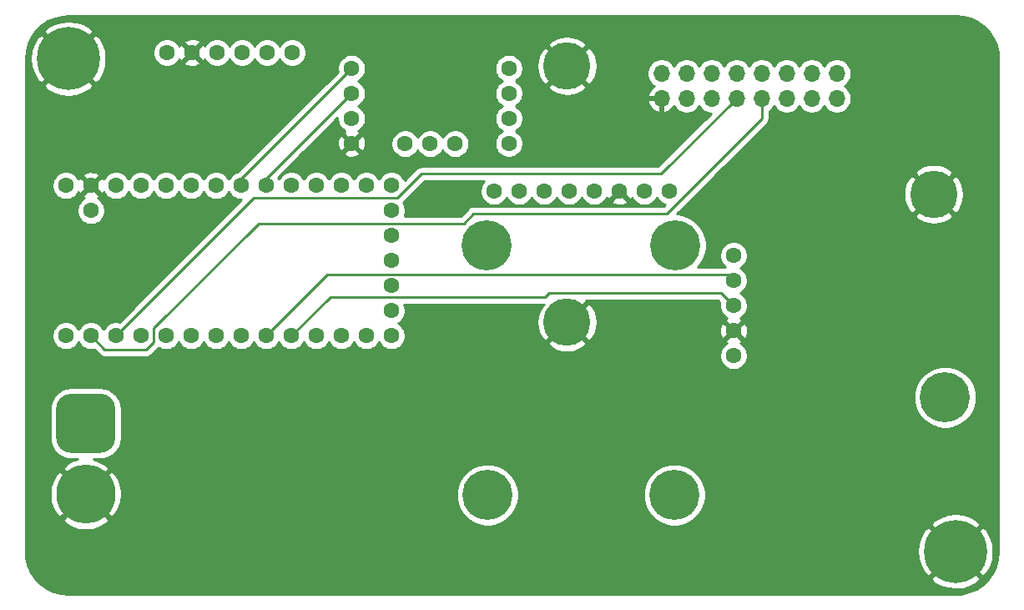
<source format=gbr>
%TF.GenerationSoftware,KiCad,Pcbnew,5.1.10-88a1d61d58~88~ubuntu18.04.1*%
%TF.CreationDate,2021-05-26T16:46:43+10:00*%
%TF.ProjectId,prototype_rocket_fc,70726f74-6f74-4797-9065-5f726f636b65,rev?*%
%TF.SameCoordinates,Original*%
%TF.FileFunction,Copper,L2,Bot*%
%TF.FilePolarity,Positive*%
%FSLAX46Y46*%
G04 Gerber Fmt 4.6, Leading zero omitted, Abs format (unit mm)*
G04 Created by KiCad (PCBNEW 5.1.10-88a1d61d58~88~ubuntu18.04.1) date 2021-05-26 16:46:43*
%MOMM*%
%LPD*%
G01*
G04 APERTURE LIST*
%TA.AperFunction,ComponentPad*%
%ADD10C,1.600000*%
%TD*%
%TA.AperFunction,ComponentPad*%
%ADD11O,1.700000X1.700000*%
%TD*%
%TA.AperFunction,ComponentPad*%
%ADD12C,4.800000*%
%TD*%
%TA.AperFunction,ComponentPad*%
%ADD13C,0.800000*%
%TD*%
%TA.AperFunction,ComponentPad*%
%ADD14C,6.400000*%
%TD*%
%TA.AperFunction,ComponentPad*%
%ADD15C,5.080000*%
%TD*%
%TA.AperFunction,ComponentPad*%
%ADD16C,6.000000*%
%TD*%
%TA.AperFunction,ViaPad*%
%ADD17C,0.800000*%
%TD*%
%TA.AperFunction,Conductor*%
%ADD18C,0.250000*%
%TD*%
%TA.AperFunction,Conductor*%
%ADD19C,0.254000*%
%TD*%
%TA.AperFunction,Conductor*%
%ADD20C,0.100000*%
%TD*%
G04 APERTURE END LIST*
D10*
%TO.P,U2,17*%
%TO.N,Net-(U2-Pad17)*%
X72760000Y-60500000D03*
%TO.P,U2,18*%
%TO.N,Net-(U2-Pad18)*%
X72760000Y-57960000D03*
%TO.P,U2,19*%
%TO.N,Net-(U2-Pad19)*%
X72760000Y-55420000D03*
%TO.P,U2,20*%
%TO.N,/SCK*%
X72760000Y-52880000D03*
%TO.P,U2,16*%
%TO.N,Net-(U2-Pad16)*%
X72760000Y-63040000D03*
%TO.P,U2,15*%
%TO.N,Net-(U2-Pad15)*%
X72760000Y-65580000D03*
%TO.P,U2,14*%
%TO.N,/MISO*%
X72760000Y-68120000D03*
%TO.P,U2,21*%
%TO.N,Net-(U2-Pad21)*%
X70220000Y-52880000D03*
%TO.P,U2,22*%
%TO.N,Net-(U2-Pad22)*%
X67680000Y-52880000D03*
%TO.P,U2,23*%
%TO.N,Net-(U2-Pad23)*%
X65140000Y-52880000D03*
%TO.P,U2,24*%
%TO.N,Net-(U2-Pad24)*%
X62600000Y-52880000D03*
%TO.P,U2,25*%
%TO.N,/SDA0*%
X60060000Y-52880000D03*
%TO.P,U2,26*%
%TO.N,/SCL0*%
X57520000Y-52880000D03*
%TO.P,U2,27*%
%TO.N,Net-(U2-Pad27)*%
X54980000Y-52880000D03*
%TO.P,U2,28*%
%TO.N,Net-(U2-Pad28)*%
X52440000Y-52880000D03*
%TO.P,U2,29*%
%TO.N,Net-(U2-Pad29)*%
X49900000Y-52880000D03*
%TO.P,U2,30*%
%TO.N,Net-(U2-Pad30)*%
X47360000Y-52880000D03*
%TO.P,U2,31*%
%TO.N,Net-(U2-Pad31)*%
X44820000Y-52880000D03*
%TO.P,U2,32*%
%TO.N,GND*%
X42280000Y-52880000D03*
%TO.P,U2,33*%
%TO.N,+5V*%
X39740000Y-52880000D03*
%TO.P,U2,34*%
%TO.N,Net-(U2-Pad34)*%
X42280000Y-55420000D03*
%TO.P,U2,13*%
%TO.N,/MOSI*%
X70220000Y-68120000D03*
%TO.P,U2,12*%
%TO.N,/CS*%
X67680000Y-68120000D03*
%TO.P,U2,11*%
%TO.N,Net-(U2-Pad11)*%
X65140000Y-68120000D03*
%TO.P,U2,10*%
%TO.N,/TX2*%
X62600000Y-68120000D03*
%TO.P,U2,9*%
%TO.N,/RX2*%
X60060000Y-68120000D03*
%TO.P,U2,8*%
%TO.N,Net-(U2-Pad8)*%
X57520000Y-68120000D03*
%TO.P,U2,7*%
%TO.N,Net-(U2-Pad7)*%
X54980000Y-68120000D03*
%TO.P,U2,6*%
%TO.N,Net-(U2-Pad6)*%
X52440000Y-68120000D03*
%TO.P,U2,5*%
%TO.N,Net-(U2-Pad5)*%
X49900000Y-68120000D03*
%TO.P,U2,4*%
%TO.N,/CD*%
X47360000Y-68120000D03*
%TO.P,U2,3*%
%TO.N,/TX1*%
X44820000Y-68120000D03*
%TO.P,U2,2*%
%TO.N,/RX1*%
X42280000Y-68120000D03*
%TO.P,U2,1*%
%TO.N,Net-(U2-Pad1)*%
X39740000Y-68120000D03*
%TD*%
D11*
%TO.P,U9,1*%
%TO.N,GND*%
X100170000Y-44040000D03*
%TO.P,U9,2*%
%TO.N,Net-(U9-Pad2)*%
X100170000Y-41500000D03*
%TO.P,U9,11*%
%TO.N,Net-(U9-Pad11)*%
X112870000Y-44040000D03*
%TO.P,U9,13*%
%TO.N,Net-(U9-Pad13)*%
X115410000Y-44040000D03*
%TO.P,U9,3*%
%TO.N,Net-(U9-Pad3)*%
X102710000Y-44040000D03*
%TO.P,U9,6*%
%TO.N,Net-(U9-Pad6)*%
X105250000Y-41500000D03*
%TO.P,U9,10*%
%TO.N,Net-(U9-Pad10)*%
X110330000Y-41500000D03*
%TO.P,U9,14*%
%TO.N,Net-(U9-Pad14)*%
X115410000Y-41500000D03*
%TO.P,U9,15*%
%TO.N,Net-(U9-Pad15)*%
X117950000Y-44040000D03*
%TO.P,U9,7*%
%TO.N,/TX1*%
X107790000Y-44040000D03*
%TO.P,U9,9*%
%TO.N,/RX1*%
X110330000Y-44040000D03*
%TO.P,U9,16*%
%TO.N,Net-(U9-Pad16)*%
X117950000Y-41500000D03*
%TO.P,U9,8*%
%TO.N,Net-(U9-Pad8)*%
X107790000Y-41500000D03*
%TO.P,U9,12*%
%TO.N,Net-(U9-Pad12)*%
X112870000Y-41500000D03*
%TO.P,U9,5*%
%TO.N,Net-(U9-Pad5)*%
X105250000Y-44040000D03*
%TO.P,U9,4*%
%TO.N,+5V*%
X102710000Y-41500000D03*
%TD*%
D12*
%TO.P,U8,1*%
%TO.N,GND*%
X90590000Y-66750000D03*
X90590000Y-40750000D03*
X127780000Y-53750000D03*
%TD*%
D13*
%TO.P,H2,1*%
%TO.N,GND*%
X131697056Y-88302944D03*
X130000000Y-87600000D03*
X128302944Y-88302944D03*
X127600000Y-90000000D03*
X128302944Y-91697056D03*
X130000000Y-92400000D03*
X131697056Y-91697056D03*
X132400000Y-90000000D03*
D14*
X130000000Y-90000000D03*
%TD*%
D13*
%TO.P,H1,1*%
%TO.N,GND*%
X41697056Y-38302944D03*
X40000000Y-37600000D03*
X38302944Y-38302944D03*
X37600000Y-40000000D03*
X38302944Y-41697056D03*
X40000000Y-42400000D03*
X41697056Y-41697056D03*
X42400000Y-40000000D03*
D14*
X40000000Y-40000000D03*
%TD*%
D10*
%TO.P,U1,2*%
%TO.N,Net-(U1-Pad2)*%
X98435000Y-53460000D03*
%TO.P,U1,1*%
%TO.N,+5V*%
X100975000Y-53460000D03*
%TO.P,U1,4*%
%TO.N,/SCK*%
X93355000Y-53460000D03*
%TO.P,U1,3*%
%TO.N,GND*%
X95895000Y-53460000D03*
%TO.P,U1,6*%
%TO.N,/MOSI*%
X88275000Y-53460000D03*
%TO.P,U1,5*%
%TO.N,/MISO*%
X90815000Y-53460000D03*
%TO.P,U1,8*%
%TO.N,/CD*%
X83195000Y-53460000D03*
%TO.P,U1,7*%
%TO.N,/CS*%
X85735000Y-53460000D03*
D15*
%TO.P,U1,9*%
%TO.N,N/C*%
X101475000Y-84270000D03*
%TO.P,U1,10*%
X82525000Y-84270000D03*
%TO.P,U1,11*%
X101575000Y-58930000D03*
%TO.P,U1,12*%
X82425000Y-58930000D03*
%TD*%
D10*
%TO.P,U3,1*%
%TO.N,+3V3*%
X50000000Y-39390000D03*
%TO.P,U3,2*%
%TO.N,GND*%
X52540000Y-39390000D03*
%TO.P,U3,3*%
%TO.N,/SCL0*%
X55080000Y-39390000D03*
%TO.P,U3,4*%
%TO.N,/SDA0*%
X57620000Y-39390000D03*
%TO.P,U3,5*%
%TO.N,Net-(U3-Pad5)*%
X60160000Y-39390000D03*
%TO.P,U3,6*%
%TO.N,Net-(U3-Pad6)*%
X62700000Y-39390000D03*
%TD*%
%TO.P,U4,1*%
%TO.N,Net-(U4-Pad1)*%
X107480000Y-59980000D03*
%TO.P,U4,4*%
%TO.N,GND*%
X107480000Y-67600000D03*
%TO.P,U4,2*%
%TO.N,/RX2*%
X107480000Y-62520000D03*
%TO.P,U4,3*%
%TO.N,/TX2*%
X107480000Y-65060000D03*
%TO.P,U4,5*%
%TO.N,+5V*%
X107480000Y-70140000D03*
D15*
%TO.P,U4,6*%
%TO.N,N/C*%
X128940000Y-74360000D03*
%TD*%
D10*
%TO.P,U5,1*%
%TO.N,/SCL0*%
X68730000Y-40970000D03*
%TO.P,U5,2*%
%TO.N,/SDA0*%
X68730000Y-43510000D03*
%TO.P,U5,3*%
%TO.N,+3V3*%
X68730000Y-46050000D03*
%TO.P,U5,4*%
%TO.N,GND*%
X68730000Y-48590000D03*
%TO.P,U5,5*%
%TO.N,Net-(U5-Pad5)*%
X84670000Y-40970000D03*
%TO.P,U5,6*%
%TO.N,Net-(U5-Pad6)*%
X84670000Y-43510000D03*
%TO.P,U5,7*%
%TO.N,Net-(U5-Pad7)*%
X84670000Y-46050000D03*
%TO.P,U5,8*%
%TO.N,Net-(U5-Pad8)*%
X84670000Y-48590000D03*
%TO.P,U5,9*%
%TO.N,Net-(U5-Pad9)*%
X74160000Y-48640000D03*
%TO.P,U5,10*%
%TO.N,Net-(U5-Pad10)*%
X76700000Y-48640000D03*
%TO.P,U5,11*%
%TO.N,Net-(U5-Pad11)*%
X79240000Y-48640000D03*
%TD*%
D16*
%TO.P,J1,2*%
%TO.N,GND*%
X41750000Y-84200000D03*
%TO.P,J1,1*%
%TO.N,VCC*%
%TA.AperFunction,ComponentPad*%
G36*
G01*
X40250000Y-74000000D02*
X43250000Y-74000000D01*
G75*
G02*
X44750000Y-75500000I0J-1500000D01*
G01*
X44750000Y-78500000D01*
G75*
G02*
X43250000Y-80000000I-1500000J0D01*
G01*
X40250000Y-80000000D01*
G75*
G02*
X38750000Y-78500000I0J1500000D01*
G01*
X38750000Y-75500000D01*
G75*
G02*
X40250000Y-74000000I1500000J0D01*
G01*
G37*
%TD.AperFunction*%
%TD*%
D17*
%TO.N,GND*%
X53500000Y-74750000D03*
X54437492Y-88162508D03*
X60262498Y-88212498D03*
X73512496Y-77187500D03*
X45100018Y-48250000D03*
X74900000Y-82500000D03*
%TD*%
D18*
%TO.N,/SDA0*%
X60060000Y-52180000D02*
X60060000Y-52880000D01*
X68730000Y-43510000D02*
X60060000Y-52180000D01*
%TO.N,/SCL0*%
X57520000Y-52180000D02*
X57520000Y-52880000D01*
X68730000Y-40970000D02*
X57520000Y-52180000D01*
%TO.N,/TX1*%
X73400000Y-54100000D02*
X58840000Y-54100000D01*
X58840000Y-54100000D02*
X44820000Y-68120000D01*
X75800000Y-51700000D02*
X73400000Y-54100000D01*
X107790000Y-44040000D02*
X100130000Y-51700000D01*
X100130000Y-51700000D02*
X75800000Y-51700000D01*
%TO.N,/RX1*%
X43660000Y-69500000D02*
X42280000Y-68120000D01*
X47900000Y-69500000D02*
X43660000Y-69500000D01*
X48650000Y-68750000D02*
X47900000Y-69500000D01*
X48650000Y-67350000D02*
X48650000Y-68750000D01*
X110330000Y-44040000D02*
X110330000Y-46070000D01*
X81100000Y-55700000D02*
X80100000Y-56700000D01*
X110330000Y-46070000D02*
X100700000Y-55700000D01*
X80100000Y-56700000D02*
X59300000Y-56700000D01*
X100700000Y-55700000D02*
X81100000Y-55700000D01*
X59300000Y-56700000D02*
X48650000Y-67350000D01*
%TO.N,/TX2*%
X66554999Y-64165001D02*
X62600000Y-68120000D01*
X88334999Y-64165001D02*
X66554999Y-64165001D01*
X88750000Y-63750000D02*
X88334999Y-64165001D01*
X107480000Y-65060000D02*
X106170000Y-63750000D01*
X106170000Y-63750000D02*
X88750000Y-63750000D01*
%TO.N,/RX2*%
X66265001Y-61914999D02*
X60060000Y-68120000D01*
X106874999Y-61914999D02*
X66265001Y-61914999D01*
X107480000Y-62520000D02*
X106874999Y-61914999D01*
%TD*%
D19*
%TO.N,GND*%
X130768083Y-35731173D02*
X131511891Y-35934656D01*
X132207905Y-36266638D01*
X132834130Y-36716626D01*
X133370777Y-37270403D01*
X133800871Y-37910451D01*
X134110829Y-38616553D01*
X134292065Y-39371457D01*
X134340000Y-40024207D01*
X134340001Y-89970597D01*
X134268827Y-90768083D01*
X134065344Y-91511890D01*
X133733363Y-92207904D01*
X133283374Y-92834130D01*
X132729597Y-93370777D01*
X132089549Y-93800871D01*
X131383447Y-94110829D01*
X130628543Y-94292065D01*
X129975793Y-94340000D01*
X40029392Y-94340000D01*
X39231917Y-94268827D01*
X38488110Y-94065344D01*
X37792096Y-93733363D01*
X37165870Y-93283374D01*
X36629223Y-92729597D01*
X36609927Y-92700881D01*
X127478724Y-92700881D01*
X127838912Y-93190548D01*
X128502882Y-93550849D01*
X129224385Y-93774694D01*
X129975695Y-93853480D01*
X130727938Y-93784178D01*
X131452208Y-93569452D01*
X132120670Y-93217555D01*
X132161088Y-93190548D01*
X132521276Y-92700881D01*
X130000000Y-90179605D01*
X127478724Y-92700881D01*
X36609927Y-92700881D01*
X36199129Y-92089549D01*
X35889171Y-91383447D01*
X35707935Y-90628543D01*
X35660000Y-89975793D01*
X35660000Y-89975695D01*
X126146520Y-89975695D01*
X126215822Y-90727938D01*
X126430548Y-91452208D01*
X126782445Y-92120670D01*
X126809452Y-92161088D01*
X127299119Y-92521276D01*
X129820395Y-90000000D01*
X130179605Y-90000000D01*
X132700881Y-92521276D01*
X133190548Y-92161088D01*
X133550849Y-91497118D01*
X133774694Y-90775615D01*
X133853480Y-90024305D01*
X133784178Y-89272062D01*
X133569452Y-88547792D01*
X133217555Y-87879330D01*
X133190548Y-87838912D01*
X132700881Y-87478724D01*
X130179605Y-90000000D01*
X129820395Y-90000000D01*
X127299119Y-87478724D01*
X126809452Y-87838912D01*
X126449151Y-88502882D01*
X126225306Y-89224385D01*
X126146520Y-89975695D01*
X35660000Y-89975695D01*
X35660000Y-86758686D01*
X39370919Y-86758686D01*
X39707106Y-87227868D01*
X40337068Y-87568237D01*
X41021327Y-87779166D01*
X41733589Y-87852550D01*
X42446482Y-87785569D01*
X43132609Y-87580796D01*
X43765603Y-87246102D01*
X43792894Y-87227868D01*
X44129081Y-86758686D01*
X41750000Y-84379605D01*
X39370919Y-86758686D01*
X35660000Y-86758686D01*
X35660000Y-84183589D01*
X38097450Y-84183589D01*
X38164431Y-84896482D01*
X38369204Y-85582609D01*
X38703898Y-86215603D01*
X38722132Y-86242894D01*
X39191314Y-86579081D01*
X41570395Y-84200000D01*
X41929605Y-84200000D01*
X44308686Y-86579081D01*
X44777868Y-86242894D01*
X45118237Y-85612932D01*
X45329166Y-84928673D01*
X45402550Y-84216411D01*
X45378204Y-83957290D01*
X79350000Y-83957290D01*
X79350000Y-84582710D01*
X79472014Y-85196113D01*
X79711352Y-85773926D01*
X80058817Y-86293944D01*
X80501056Y-86736183D01*
X81021074Y-87083648D01*
X81598887Y-87322986D01*
X82212290Y-87445000D01*
X82837710Y-87445000D01*
X83451113Y-87322986D01*
X84028926Y-87083648D01*
X84548944Y-86736183D01*
X84991183Y-86293944D01*
X85338648Y-85773926D01*
X85577986Y-85196113D01*
X85700000Y-84582710D01*
X85700000Y-83957290D01*
X98300000Y-83957290D01*
X98300000Y-84582710D01*
X98422014Y-85196113D01*
X98661352Y-85773926D01*
X99008817Y-86293944D01*
X99451056Y-86736183D01*
X99971074Y-87083648D01*
X100548887Y-87322986D01*
X101162290Y-87445000D01*
X101787710Y-87445000D01*
X102401113Y-87322986D01*
X102458733Y-87299119D01*
X127478724Y-87299119D01*
X130000000Y-89820395D01*
X132521276Y-87299119D01*
X132161088Y-86809452D01*
X131497118Y-86449151D01*
X130775615Y-86225306D01*
X130024305Y-86146520D01*
X129272062Y-86215822D01*
X128547792Y-86430548D01*
X127879330Y-86782445D01*
X127838912Y-86809452D01*
X127478724Y-87299119D01*
X102458733Y-87299119D01*
X102978926Y-87083648D01*
X103498944Y-86736183D01*
X103941183Y-86293944D01*
X104288648Y-85773926D01*
X104527986Y-85196113D01*
X104650000Y-84582710D01*
X104650000Y-83957290D01*
X104527986Y-83343887D01*
X104288648Y-82766074D01*
X103941183Y-82246056D01*
X103498944Y-81803817D01*
X102978926Y-81456352D01*
X102401113Y-81217014D01*
X101787710Y-81095000D01*
X101162290Y-81095000D01*
X100548887Y-81217014D01*
X99971074Y-81456352D01*
X99451056Y-81803817D01*
X99008817Y-82246056D01*
X98661352Y-82766074D01*
X98422014Y-83343887D01*
X98300000Y-83957290D01*
X85700000Y-83957290D01*
X85577986Y-83343887D01*
X85338648Y-82766074D01*
X84991183Y-82246056D01*
X84548944Y-81803817D01*
X84028926Y-81456352D01*
X83451113Y-81217014D01*
X82837710Y-81095000D01*
X82212290Y-81095000D01*
X81598887Y-81217014D01*
X81021074Y-81456352D01*
X80501056Y-81803817D01*
X80058817Y-82246056D01*
X79711352Y-82766074D01*
X79472014Y-83343887D01*
X79350000Y-83957290D01*
X45378204Y-83957290D01*
X45335569Y-83503518D01*
X45130796Y-82817391D01*
X44796102Y-82184397D01*
X44777868Y-82157106D01*
X44308686Y-81820919D01*
X41929605Y-84200000D01*
X41570395Y-84200000D01*
X39191314Y-81820919D01*
X38722132Y-82157106D01*
X38381763Y-82787068D01*
X38170834Y-83471327D01*
X38097450Y-84183589D01*
X35660000Y-84183589D01*
X35660000Y-75500000D01*
X38111928Y-75500000D01*
X38111928Y-78500000D01*
X38153010Y-78917117D01*
X38274679Y-79318205D01*
X38472258Y-79687849D01*
X38738155Y-80011845D01*
X39062151Y-80277742D01*
X39431795Y-80475321D01*
X39832883Y-80596990D01*
X40250000Y-80638072D01*
X40974305Y-80638072D01*
X40367391Y-80819204D01*
X39734397Y-81153898D01*
X39707106Y-81172132D01*
X39370919Y-81641314D01*
X41750000Y-84020395D01*
X44129081Y-81641314D01*
X43792894Y-81172132D01*
X43162932Y-80831763D01*
X42534594Y-80638072D01*
X43250000Y-80638072D01*
X43667117Y-80596990D01*
X44068205Y-80475321D01*
X44437849Y-80277742D01*
X44761845Y-80011845D01*
X45027742Y-79687849D01*
X45225321Y-79318205D01*
X45346990Y-78917117D01*
X45388072Y-78500000D01*
X45388072Y-75500000D01*
X45346990Y-75082883D01*
X45225321Y-74681795D01*
X45027742Y-74312151D01*
X44810376Y-74047290D01*
X125765000Y-74047290D01*
X125765000Y-74672710D01*
X125887014Y-75286113D01*
X126126352Y-75863926D01*
X126473817Y-76383944D01*
X126916056Y-76826183D01*
X127436074Y-77173648D01*
X128013887Y-77412986D01*
X128627290Y-77535000D01*
X129252710Y-77535000D01*
X129866113Y-77412986D01*
X130443926Y-77173648D01*
X130963944Y-76826183D01*
X131406183Y-76383944D01*
X131753648Y-75863926D01*
X131992986Y-75286113D01*
X132115000Y-74672710D01*
X132115000Y-74047290D01*
X131992986Y-73433887D01*
X131753648Y-72856074D01*
X131406183Y-72336056D01*
X130963944Y-71893817D01*
X130443926Y-71546352D01*
X129866113Y-71307014D01*
X129252710Y-71185000D01*
X128627290Y-71185000D01*
X128013887Y-71307014D01*
X127436074Y-71546352D01*
X126916056Y-71893817D01*
X126473817Y-72336056D01*
X126126352Y-72856074D01*
X125887014Y-73433887D01*
X125765000Y-74047290D01*
X44810376Y-74047290D01*
X44761845Y-73988155D01*
X44437849Y-73722258D01*
X44068205Y-73524679D01*
X43667117Y-73403010D01*
X43250000Y-73361928D01*
X40250000Y-73361928D01*
X39832883Y-73403010D01*
X39431795Y-73524679D01*
X39062151Y-73722258D01*
X38738155Y-73988155D01*
X38472258Y-74312151D01*
X38274679Y-74681795D01*
X38153010Y-75082883D01*
X38111928Y-75500000D01*
X35660000Y-75500000D01*
X35660000Y-67978665D01*
X38305000Y-67978665D01*
X38305000Y-68261335D01*
X38360147Y-68538574D01*
X38468320Y-68799727D01*
X38625363Y-69034759D01*
X38825241Y-69234637D01*
X39060273Y-69391680D01*
X39321426Y-69499853D01*
X39598665Y-69555000D01*
X39881335Y-69555000D01*
X40158574Y-69499853D01*
X40419727Y-69391680D01*
X40654759Y-69234637D01*
X40854637Y-69034759D01*
X41010000Y-68802241D01*
X41165363Y-69034759D01*
X41365241Y-69234637D01*
X41600273Y-69391680D01*
X41861426Y-69499853D01*
X42138665Y-69555000D01*
X42421335Y-69555000D01*
X42603886Y-69518688D01*
X43096201Y-70011003D01*
X43119999Y-70040001D01*
X43235724Y-70134974D01*
X43367753Y-70205546D01*
X43511014Y-70249003D01*
X43622667Y-70260000D01*
X43622675Y-70260000D01*
X43660000Y-70263676D01*
X43697325Y-70260000D01*
X47862678Y-70260000D01*
X47900000Y-70263676D01*
X47937322Y-70260000D01*
X47937333Y-70260000D01*
X48048986Y-70249003D01*
X48192247Y-70205546D01*
X48324276Y-70134974D01*
X48440001Y-70040001D01*
X48463803Y-70010998D01*
X48476136Y-69998665D01*
X106045000Y-69998665D01*
X106045000Y-70281335D01*
X106100147Y-70558574D01*
X106208320Y-70819727D01*
X106365363Y-71054759D01*
X106565241Y-71254637D01*
X106800273Y-71411680D01*
X107061426Y-71519853D01*
X107338665Y-71575000D01*
X107621335Y-71575000D01*
X107898574Y-71519853D01*
X108159727Y-71411680D01*
X108394759Y-71254637D01*
X108594637Y-71054759D01*
X108751680Y-70819727D01*
X108859853Y-70558574D01*
X108915000Y-70281335D01*
X108915000Y-69998665D01*
X108859853Y-69721426D01*
X108751680Y-69460273D01*
X108594637Y-69225241D01*
X108394759Y-69025363D01*
X108160872Y-68869085D01*
X108221514Y-68836671D01*
X108293097Y-68592702D01*
X107480000Y-67779605D01*
X106666903Y-68592702D01*
X106738486Y-68836671D01*
X106802992Y-68867194D01*
X106800273Y-68868320D01*
X106565241Y-69025363D01*
X106365363Y-69225241D01*
X106208320Y-69460273D01*
X106100147Y-69721426D01*
X106045000Y-69998665D01*
X48476136Y-69998665D01*
X49138057Y-69336745D01*
X49220273Y-69391680D01*
X49481426Y-69499853D01*
X49758665Y-69555000D01*
X50041335Y-69555000D01*
X50318574Y-69499853D01*
X50579727Y-69391680D01*
X50814759Y-69234637D01*
X51014637Y-69034759D01*
X51170000Y-68802241D01*
X51325363Y-69034759D01*
X51525241Y-69234637D01*
X51760273Y-69391680D01*
X52021426Y-69499853D01*
X52298665Y-69555000D01*
X52581335Y-69555000D01*
X52858574Y-69499853D01*
X53119727Y-69391680D01*
X53354759Y-69234637D01*
X53554637Y-69034759D01*
X53710000Y-68802241D01*
X53865363Y-69034759D01*
X54065241Y-69234637D01*
X54300273Y-69391680D01*
X54561426Y-69499853D01*
X54838665Y-69555000D01*
X55121335Y-69555000D01*
X55398574Y-69499853D01*
X55659727Y-69391680D01*
X55894759Y-69234637D01*
X56094637Y-69034759D01*
X56250000Y-68802241D01*
X56405363Y-69034759D01*
X56605241Y-69234637D01*
X56840273Y-69391680D01*
X57101426Y-69499853D01*
X57378665Y-69555000D01*
X57661335Y-69555000D01*
X57938574Y-69499853D01*
X58199727Y-69391680D01*
X58434759Y-69234637D01*
X58634637Y-69034759D01*
X58790000Y-68802241D01*
X58945363Y-69034759D01*
X59145241Y-69234637D01*
X59380273Y-69391680D01*
X59641426Y-69499853D01*
X59918665Y-69555000D01*
X60201335Y-69555000D01*
X60478574Y-69499853D01*
X60739727Y-69391680D01*
X60974759Y-69234637D01*
X61174637Y-69034759D01*
X61330000Y-68802241D01*
X61485363Y-69034759D01*
X61685241Y-69234637D01*
X61920273Y-69391680D01*
X62181426Y-69499853D01*
X62458665Y-69555000D01*
X62741335Y-69555000D01*
X63018574Y-69499853D01*
X63279727Y-69391680D01*
X63514759Y-69234637D01*
X63714637Y-69034759D01*
X63870000Y-68802241D01*
X64025363Y-69034759D01*
X64225241Y-69234637D01*
X64460273Y-69391680D01*
X64721426Y-69499853D01*
X64998665Y-69555000D01*
X65281335Y-69555000D01*
X65558574Y-69499853D01*
X65819727Y-69391680D01*
X66054759Y-69234637D01*
X66254637Y-69034759D01*
X66410000Y-68802241D01*
X66565363Y-69034759D01*
X66765241Y-69234637D01*
X67000273Y-69391680D01*
X67261426Y-69499853D01*
X67538665Y-69555000D01*
X67821335Y-69555000D01*
X68098574Y-69499853D01*
X68359727Y-69391680D01*
X68594759Y-69234637D01*
X68794637Y-69034759D01*
X68950000Y-68802241D01*
X69105363Y-69034759D01*
X69305241Y-69234637D01*
X69540273Y-69391680D01*
X69801426Y-69499853D01*
X70078665Y-69555000D01*
X70361335Y-69555000D01*
X70638574Y-69499853D01*
X70899727Y-69391680D01*
X71134759Y-69234637D01*
X71334637Y-69034759D01*
X71490000Y-68802241D01*
X71645363Y-69034759D01*
X71845241Y-69234637D01*
X72080273Y-69391680D01*
X72341426Y-69499853D01*
X72618665Y-69555000D01*
X72901335Y-69555000D01*
X73178574Y-69499853D01*
X73439727Y-69391680D01*
X73674759Y-69234637D01*
X73874637Y-69034759D01*
X73976687Y-68882029D01*
X88637576Y-68882029D01*
X88901740Y-69289755D01*
X89429661Y-69570317D01*
X90002173Y-69742496D01*
X90597275Y-69799676D01*
X91192098Y-69739658D01*
X91763782Y-69564750D01*
X92278260Y-69289755D01*
X92542424Y-68882029D01*
X90590000Y-66929605D01*
X88637576Y-68882029D01*
X73976687Y-68882029D01*
X74031680Y-68799727D01*
X74139853Y-68538574D01*
X74195000Y-68261335D01*
X74195000Y-67978665D01*
X74139853Y-67701426D01*
X74031680Y-67440273D01*
X73874637Y-67205241D01*
X73674759Y-67005363D01*
X73442241Y-66850000D01*
X73674759Y-66694637D01*
X73874637Y-66494759D01*
X74031680Y-66259727D01*
X74139853Y-65998574D01*
X74195000Y-65721335D01*
X74195000Y-65438665D01*
X74139853Y-65161426D01*
X74041923Y-64925001D01*
X88261296Y-64925001D01*
X88050245Y-65061740D01*
X87769683Y-65589661D01*
X87597504Y-66162173D01*
X87540324Y-66757275D01*
X87600342Y-67352098D01*
X87775250Y-67923782D01*
X88050245Y-68438260D01*
X88457971Y-68702424D01*
X90410395Y-66750000D01*
X90769605Y-66750000D01*
X92722029Y-68702424D01*
X93129755Y-68438260D01*
X93410317Y-67910339D01*
X93482443Y-67670512D01*
X106039783Y-67670512D01*
X106081213Y-67950130D01*
X106176397Y-68216292D01*
X106243329Y-68341514D01*
X106487298Y-68413097D01*
X107300395Y-67600000D01*
X107659605Y-67600000D01*
X108472702Y-68413097D01*
X108716671Y-68341514D01*
X108837571Y-68086004D01*
X108906300Y-67811816D01*
X108920217Y-67529488D01*
X108878787Y-67249870D01*
X108783603Y-66983708D01*
X108716671Y-66858486D01*
X108472702Y-66786903D01*
X107659605Y-67600000D01*
X107300395Y-67600000D01*
X106487298Y-66786903D01*
X106243329Y-66858486D01*
X106122429Y-67113996D01*
X106053700Y-67388184D01*
X106039783Y-67670512D01*
X93482443Y-67670512D01*
X93582496Y-67337827D01*
X93639676Y-66742725D01*
X93579658Y-66147902D01*
X93404750Y-65576218D01*
X93129755Y-65061740D01*
X92722029Y-64797576D01*
X90769605Y-66750000D01*
X90410395Y-66750000D01*
X90396253Y-66735858D01*
X90575858Y-66556253D01*
X90590000Y-66570395D01*
X92542424Y-64617971D01*
X92472470Y-64510000D01*
X105855199Y-64510000D01*
X106081312Y-64736114D01*
X106045000Y-64918665D01*
X106045000Y-65201335D01*
X106100147Y-65478574D01*
X106208320Y-65739727D01*
X106365363Y-65974759D01*
X106565241Y-66174637D01*
X106799128Y-66330915D01*
X106738486Y-66363329D01*
X106666903Y-66607298D01*
X107480000Y-67420395D01*
X108293097Y-66607298D01*
X108221514Y-66363329D01*
X108157008Y-66332806D01*
X108159727Y-66331680D01*
X108394759Y-66174637D01*
X108594637Y-65974759D01*
X108751680Y-65739727D01*
X108859853Y-65478574D01*
X108915000Y-65201335D01*
X108915000Y-64918665D01*
X108859853Y-64641426D01*
X108751680Y-64380273D01*
X108594637Y-64145241D01*
X108394759Y-63945363D01*
X108162241Y-63790000D01*
X108394759Y-63634637D01*
X108594637Y-63434759D01*
X108751680Y-63199727D01*
X108859853Y-62938574D01*
X108915000Y-62661335D01*
X108915000Y-62378665D01*
X108859853Y-62101426D01*
X108751680Y-61840273D01*
X108594637Y-61605241D01*
X108394759Y-61405363D01*
X108162241Y-61250000D01*
X108394759Y-61094637D01*
X108594637Y-60894759D01*
X108751680Y-60659727D01*
X108859853Y-60398574D01*
X108915000Y-60121335D01*
X108915000Y-59838665D01*
X108859853Y-59561426D01*
X108751680Y-59300273D01*
X108594637Y-59065241D01*
X108394759Y-58865363D01*
X108159727Y-58708320D01*
X107898574Y-58600147D01*
X107621335Y-58545000D01*
X107338665Y-58545000D01*
X107061426Y-58600147D01*
X106800273Y-58708320D01*
X106565241Y-58865363D01*
X106365363Y-59065241D01*
X106208320Y-59300273D01*
X106100147Y-59561426D01*
X106045000Y-59838665D01*
X106045000Y-60121335D01*
X106100147Y-60398574D01*
X106208320Y-60659727D01*
X106365363Y-60894759D01*
X106565241Y-61094637D01*
X106655579Y-61154999D01*
X103840128Y-61154999D01*
X104041183Y-60953944D01*
X104388648Y-60433926D01*
X104627986Y-59856113D01*
X104750000Y-59242710D01*
X104750000Y-58617290D01*
X104627986Y-58003887D01*
X104388648Y-57426074D01*
X104041183Y-56906056D01*
X103598944Y-56463817D01*
X103078926Y-56116352D01*
X102513221Y-55882029D01*
X125827576Y-55882029D01*
X126091740Y-56289755D01*
X126619661Y-56570317D01*
X127192173Y-56742496D01*
X127787275Y-56799676D01*
X128382098Y-56739658D01*
X128953782Y-56564750D01*
X129468260Y-56289755D01*
X129732424Y-55882029D01*
X127780000Y-53929605D01*
X125827576Y-55882029D01*
X102513221Y-55882029D01*
X102501113Y-55877014D01*
X101887710Y-55755000D01*
X101719801Y-55755000D01*
X103717526Y-53757275D01*
X124730324Y-53757275D01*
X124790342Y-54352098D01*
X124965250Y-54923782D01*
X125240245Y-55438260D01*
X125647971Y-55702424D01*
X127600395Y-53750000D01*
X127959605Y-53750000D01*
X129912029Y-55702424D01*
X130319755Y-55438260D01*
X130600317Y-54910339D01*
X130772496Y-54337827D01*
X130829676Y-53742725D01*
X130769658Y-53147902D01*
X130594750Y-52576218D01*
X130319755Y-52061740D01*
X129912029Y-51797576D01*
X127959605Y-53750000D01*
X127600395Y-53750000D01*
X125647971Y-51797576D01*
X125240245Y-52061740D01*
X124959683Y-52589661D01*
X124787504Y-53162173D01*
X124730324Y-53757275D01*
X103717526Y-53757275D01*
X105856830Y-51617971D01*
X125827576Y-51617971D01*
X127780000Y-53570395D01*
X129732424Y-51617971D01*
X129468260Y-51210245D01*
X128940339Y-50929683D01*
X128367827Y-50757504D01*
X127772725Y-50700324D01*
X127177902Y-50760342D01*
X126606218Y-50935250D01*
X126091740Y-51210245D01*
X125827576Y-51617971D01*
X105856830Y-51617971D01*
X110841003Y-46633799D01*
X110870001Y-46610001D01*
X110964974Y-46494276D01*
X111035546Y-46362247D01*
X111079003Y-46218986D01*
X111090000Y-46107333D01*
X111093677Y-46070000D01*
X111090000Y-46032667D01*
X111090000Y-45318178D01*
X111276632Y-45193475D01*
X111483475Y-44986632D01*
X111600000Y-44812240D01*
X111716525Y-44986632D01*
X111923368Y-45193475D01*
X112166589Y-45355990D01*
X112436842Y-45467932D01*
X112723740Y-45525000D01*
X113016260Y-45525000D01*
X113303158Y-45467932D01*
X113573411Y-45355990D01*
X113816632Y-45193475D01*
X114023475Y-44986632D01*
X114140000Y-44812240D01*
X114256525Y-44986632D01*
X114463368Y-45193475D01*
X114706589Y-45355990D01*
X114976842Y-45467932D01*
X115263740Y-45525000D01*
X115556260Y-45525000D01*
X115843158Y-45467932D01*
X116113411Y-45355990D01*
X116356632Y-45193475D01*
X116563475Y-44986632D01*
X116680000Y-44812240D01*
X116796525Y-44986632D01*
X117003368Y-45193475D01*
X117246589Y-45355990D01*
X117516842Y-45467932D01*
X117803740Y-45525000D01*
X118096260Y-45525000D01*
X118383158Y-45467932D01*
X118653411Y-45355990D01*
X118896632Y-45193475D01*
X119103475Y-44986632D01*
X119265990Y-44743411D01*
X119377932Y-44473158D01*
X119435000Y-44186260D01*
X119435000Y-43893740D01*
X119377932Y-43606842D01*
X119265990Y-43336589D01*
X119103475Y-43093368D01*
X118896632Y-42886525D01*
X118722240Y-42770000D01*
X118896632Y-42653475D01*
X119103475Y-42446632D01*
X119265990Y-42203411D01*
X119377932Y-41933158D01*
X119435000Y-41646260D01*
X119435000Y-41353740D01*
X119377932Y-41066842D01*
X119265990Y-40796589D01*
X119103475Y-40553368D01*
X118896632Y-40346525D01*
X118653411Y-40184010D01*
X118383158Y-40072068D01*
X118096260Y-40015000D01*
X117803740Y-40015000D01*
X117516842Y-40072068D01*
X117246589Y-40184010D01*
X117003368Y-40346525D01*
X116796525Y-40553368D01*
X116680000Y-40727760D01*
X116563475Y-40553368D01*
X116356632Y-40346525D01*
X116113411Y-40184010D01*
X115843158Y-40072068D01*
X115556260Y-40015000D01*
X115263740Y-40015000D01*
X114976842Y-40072068D01*
X114706589Y-40184010D01*
X114463368Y-40346525D01*
X114256525Y-40553368D01*
X114140000Y-40727760D01*
X114023475Y-40553368D01*
X113816632Y-40346525D01*
X113573411Y-40184010D01*
X113303158Y-40072068D01*
X113016260Y-40015000D01*
X112723740Y-40015000D01*
X112436842Y-40072068D01*
X112166589Y-40184010D01*
X111923368Y-40346525D01*
X111716525Y-40553368D01*
X111600000Y-40727760D01*
X111483475Y-40553368D01*
X111276632Y-40346525D01*
X111033411Y-40184010D01*
X110763158Y-40072068D01*
X110476260Y-40015000D01*
X110183740Y-40015000D01*
X109896842Y-40072068D01*
X109626589Y-40184010D01*
X109383368Y-40346525D01*
X109176525Y-40553368D01*
X109060000Y-40727760D01*
X108943475Y-40553368D01*
X108736632Y-40346525D01*
X108493411Y-40184010D01*
X108223158Y-40072068D01*
X107936260Y-40015000D01*
X107643740Y-40015000D01*
X107356842Y-40072068D01*
X107086589Y-40184010D01*
X106843368Y-40346525D01*
X106636525Y-40553368D01*
X106520000Y-40727760D01*
X106403475Y-40553368D01*
X106196632Y-40346525D01*
X105953411Y-40184010D01*
X105683158Y-40072068D01*
X105396260Y-40015000D01*
X105103740Y-40015000D01*
X104816842Y-40072068D01*
X104546589Y-40184010D01*
X104303368Y-40346525D01*
X104096525Y-40553368D01*
X103980000Y-40727760D01*
X103863475Y-40553368D01*
X103656632Y-40346525D01*
X103413411Y-40184010D01*
X103143158Y-40072068D01*
X102856260Y-40015000D01*
X102563740Y-40015000D01*
X102276842Y-40072068D01*
X102006589Y-40184010D01*
X101763368Y-40346525D01*
X101556525Y-40553368D01*
X101440000Y-40727760D01*
X101323475Y-40553368D01*
X101116632Y-40346525D01*
X100873411Y-40184010D01*
X100603158Y-40072068D01*
X100316260Y-40015000D01*
X100023740Y-40015000D01*
X99736842Y-40072068D01*
X99466589Y-40184010D01*
X99223368Y-40346525D01*
X99016525Y-40553368D01*
X98854010Y-40796589D01*
X98742068Y-41066842D01*
X98685000Y-41353740D01*
X98685000Y-41646260D01*
X98742068Y-41933158D01*
X98854010Y-42203411D01*
X99016525Y-42446632D01*
X99223368Y-42653475D01*
X99399406Y-42771100D01*
X99169731Y-42942412D01*
X98974822Y-43158645D01*
X98825843Y-43408748D01*
X98728519Y-43683109D01*
X98849186Y-43913000D01*
X100043000Y-43913000D01*
X100043000Y-43893000D01*
X100297000Y-43893000D01*
X100297000Y-43913000D01*
X100317000Y-43913000D01*
X100317000Y-44167000D01*
X100297000Y-44167000D01*
X100297000Y-45360155D01*
X100526890Y-45481476D01*
X100674099Y-45436825D01*
X100936920Y-45311641D01*
X101170269Y-45137588D01*
X101365178Y-44921355D01*
X101434805Y-44804466D01*
X101556525Y-44986632D01*
X101763368Y-45193475D01*
X102006589Y-45355990D01*
X102276842Y-45467932D01*
X102563740Y-45525000D01*
X102856260Y-45525000D01*
X103143158Y-45467932D01*
X103413411Y-45355990D01*
X103656632Y-45193475D01*
X103863475Y-44986632D01*
X103980000Y-44812240D01*
X104096525Y-44986632D01*
X104303368Y-45193475D01*
X104546589Y-45355990D01*
X104816842Y-45467932D01*
X105103740Y-45525000D01*
X105230198Y-45525000D01*
X99815199Y-50940000D01*
X75837333Y-50940000D01*
X75800000Y-50936323D01*
X75762667Y-50940000D01*
X75651014Y-50950997D01*
X75507753Y-50994454D01*
X75375724Y-51065026D01*
X75259999Y-51159999D01*
X75236201Y-51188997D01*
X74088280Y-52336918D01*
X74031680Y-52200273D01*
X73874637Y-51965241D01*
X73674759Y-51765363D01*
X73439727Y-51608320D01*
X73178574Y-51500147D01*
X72901335Y-51445000D01*
X72618665Y-51445000D01*
X72341426Y-51500147D01*
X72080273Y-51608320D01*
X71845241Y-51765363D01*
X71645363Y-51965241D01*
X71490000Y-52197759D01*
X71334637Y-51965241D01*
X71134759Y-51765363D01*
X70899727Y-51608320D01*
X70638574Y-51500147D01*
X70361335Y-51445000D01*
X70078665Y-51445000D01*
X69801426Y-51500147D01*
X69540273Y-51608320D01*
X69305241Y-51765363D01*
X69105363Y-51965241D01*
X68950000Y-52197759D01*
X68794637Y-51965241D01*
X68594759Y-51765363D01*
X68359727Y-51608320D01*
X68098574Y-51500147D01*
X67821335Y-51445000D01*
X67538665Y-51445000D01*
X67261426Y-51500147D01*
X67000273Y-51608320D01*
X66765241Y-51765363D01*
X66565363Y-51965241D01*
X66410000Y-52197759D01*
X66254637Y-51965241D01*
X66054759Y-51765363D01*
X65819727Y-51608320D01*
X65558574Y-51500147D01*
X65281335Y-51445000D01*
X64998665Y-51445000D01*
X64721426Y-51500147D01*
X64460273Y-51608320D01*
X64225241Y-51765363D01*
X64025363Y-51965241D01*
X63870000Y-52197759D01*
X63714637Y-51965241D01*
X63514759Y-51765363D01*
X63279727Y-51608320D01*
X63018574Y-51500147D01*
X62741335Y-51445000D01*
X62458665Y-51445000D01*
X62181426Y-51500147D01*
X61920273Y-51608320D01*
X61685241Y-51765363D01*
X61485363Y-51965241D01*
X61330000Y-52197759D01*
X61244701Y-52070100D01*
X63732099Y-49582702D01*
X67916903Y-49582702D01*
X67988486Y-49826671D01*
X68243996Y-49947571D01*
X68518184Y-50016300D01*
X68800512Y-50030217D01*
X69080130Y-49988787D01*
X69346292Y-49893603D01*
X69471514Y-49826671D01*
X69543097Y-49582702D01*
X68730000Y-48769605D01*
X67916903Y-49582702D01*
X63732099Y-49582702D01*
X64654289Y-48660512D01*
X67289783Y-48660512D01*
X67331213Y-48940130D01*
X67426397Y-49206292D01*
X67493329Y-49331514D01*
X67737298Y-49403097D01*
X68550395Y-48590000D01*
X68909605Y-48590000D01*
X69722702Y-49403097D01*
X69966671Y-49331514D01*
X70087571Y-49076004D01*
X70156300Y-48801816D01*
X70170217Y-48519488D01*
X70167132Y-48498665D01*
X72725000Y-48498665D01*
X72725000Y-48781335D01*
X72780147Y-49058574D01*
X72888320Y-49319727D01*
X73045363Y-49554759D01*
X73245241Y-49754637D01*
X73480273Y-49911680D01*
X73741426Y-50019853D01*
X74018665Y-50075000D01*
X74301335Y-50075000D01*
X74578574Y-50019853D01*
X74839727Y-49911680D01*
X75074759Y-49754637D01*
X75274637Y-49554759D01*
X75430000Y-49322241D01*
X75585363Y-49554759D01*
X75785241Y-49754637D01*
X76020273Y-49911680D01*
X76281426Y-50019853D01*
X76558665Y-50075000D01*
X76841335Y-50075000D01*
X77118574Y-50019853D01*
X77379727Y-49911680D01*
X77614759Y-49754637D01*
X77814637Y-49554759D01*
X77970000Y-49322241D01*
X78125363Y-49554759D01*
X78325241Y-49754637D01*
X78560273Y-49911680D01*
X78821426Y-50019853D01*
X79098665Y-50075000D01*
X79381335Y-50075000D01*
X79658574Y-50019853D01*
X79919727Y-49911680D01*
X80154759Y-49754637D01*
X80354637Y-49554759D01*
X80511680Y-49319727D01*
X80619853Y-49058574D01*
X80675000Y-48781335D01*
X80675000Y-48498665D01*
X80619853Y-48221426D01*
X80511680Y-47960273D01*
X80354637Y-47725241D01*
X80154759Y-47525363D01*
X79919727Y-47368320D01*
X79658574Y-47260147D01*
X79381335Y-47205000D01*
X79098665Y-47205000D01*
X78821426Y-47260147D01*
X78560273Y-47368320D01*
X78325241Y-47525363D01*
X78125363Y-47725241D01*
X77970000Y-47957759D01*
X77814637Y-47725241D01*
X77614759Y-47525363D01*
X77379727Y-47368320D01*
X77118574Y-47260147D01*
X76841335Y-47205000D01*
X76558665Y-47205000D01*
X76281426Y-47260147D01*
X76020273Y-47368320D01*
X75785241Y-47525363D01*
X75585363Y-47725241D01*
X75430000Y-47957759D01*
X75274637Y-47725241D01*
X75074759Y-47525363D01*
X74839727Y-47368320D01*
X74578574Y-47260147D01*
X74301335Y-47205000D01*
X74018665Y-47205000D01*
X73741426Y-47260147D01*
X73480273Y-47368320D01*
X73245241Y-47525363D01*
X73045363Y-47725241D01*
X72888320Y-47960273D01*
X72780147Y-48221426D01*
X72725000Y-48498665D01*
X70167132Y-48498665D01*
X70128787Y-48239870D01*
X70033603Y-47973708D01*
X69966671Y-47848486D01*
X69722702Y-47776903D01*
X68909605Y-48590000D01*
X68550395Y-48590000D01*
X67737298Y-47776903D01*
X67493329Y-47848486D01*
X67372429Y-48103996D01*
X67303700Y-48378184D01*
X67289783Y-48660512D01*
X64654289Y-48660512D01*
X67295000Y-46019802D01*
X67295000Y-46191335D01*
X67350147Y-46468574D01*
X67458320Y-46729727D01*
X67615363Y-46964759D01*
X67815241Y-47164637D01*
X68049128Y-47320915D01*
X67988486Y-47353329D01*
X67916903Y-47597298D01*
X68730000Y-48410395D01*
X69543097Y-47597298D01*
X69471514Y-47353329D01*
X69407008Y-47322806D01*
X69409727Y-47321680D01*
X69644759Y-47164637D01*
X69844637Y-46964759D01*
X70001680Y-46729727D01*
X70109853Y-46468574D01*
X70165000Y-46191335D01*
X70165000Y-45908665D01*
X70109853Y-45631426D01*
X70001680Y-45370273D01*
X69844637Y-45135241D01*
X69644759Y-44935363D01*
X69412241Y-44780000D01*
X69644759Y-44624637D01*
X69844637Y-44424759D01*
X70001680Y-44189727D01*
X70109853Y-43928574D01*
X70165000Y-43651335D01*
X70165000Y-43368665D01*
X70109853Y-43091426D01*
X70001680Y-42830273D01*
X69844637Y-42595241D01*
X69644759Y-42395363D01*
X69412241Y-42240000D01*
X69644759Y-42084637D01*
X69844637Y-41884759D01*
X70001680Y-41649727D01*
X70109853Y-41388574D01*
X70165000Y-41111335D01*
X70165000Y-40828665D01*
X83235000Y-40828665D01*
X83235000Y-41111335D01*
X83290147Y-41388574D01*
X83398320Y-41649727D01*
X83555363Y-41884759D01*
X83755241Y-42084637D01*
X83987759Y-42240000D01*
X83755241Y-42395363D01*
X83555363Y-42595241D01*
X83398320Y-42830273D01*
X83290147Y-43091426D01*
X83235000Y-43368665D01*
X83235000Y-43651335D01*
X83290147Y-43928574D01*
X83398320Y-44189727D01*
X83555363Y-44424759D01*
X83755241Y-44624637D01*
X83987759Y-44780000D01*
X83755241Y-44935363D01*
X83555363Y-45135241D01*
X83398320Y-45370273D01*
X83290147Y-45631426D01*
X83235000Y-45908665D01*
X83235000Y-46191335D01*
X83290147Y-46468574D01*
X83398320Y-46729727D01*
X83555363Y-46964759D01*
X83755241Y-47164637D01*
X83987759Y-47320000D01*
X83755241Y-47475363D01*
X83555363Y-47675241D01*
X83398320Y-47910273D01*
X83290147Y-48171426D01*
X83235000Y-48448665D01*
X83235000Y-48731335D01*
X83290147Y-49008574D01*
X83398320Y-49269727D01*
X83555363Y-49504759D01*
X83755241Y-49704637D01*
X83990273Y-49861680D01*
X84251426Y-49969853D01*
X84528665Y-50025000D01*
X84811335Y-50025000D01*
X85088574Y-49969853D01*
X85349727Y-49861680D01*
X85584759Y-49704637D01*
X85784637Y-49504759D01*
X85941680Y-49269727D01*
X86049853Y-49008574D01*
X86105000Y-48731335D01*
X86105000Y-48448665D01*
X86049853Y-48171426D01*
X85941680Y-47910273D01*
X85784637Y-47675241D01*
X85584759Y-47475363D01*
X85352241Y-47320000D01*
X85584759Y-47164637D01*
X85784637Y-46964759D01*
X85941680Y-46729727D01*
X86049853Y-46468574D01*
X86105000Y-46191335D01*
X86105000Y-45908665D01*
X86049853Y-45631426D01*
X85941680Y-45370273D01*
X85784637Y-45135241D01*
X85584759Y-44935363D01*
X85352241Y-44780000D01*
X85584759Y-44624637D01*
X85784637Y-44424759D01*
X85803257Y-44396891D01*
X98728519Y-44396891D01*
X98825843Y-44671252D01*
X98974822Y-44921355D01*
X99169731Y-45137588D01*
X99403080Y-45311641D01*
X99665901Y-45436825D01*
X99813110Y-45481476D01*
X100043000Y-45360155D01*
X100043000Y-44167000D01*
X98849186Y-44167000D01*
X98728519Y-44396891D01*
X85803257Y-44396891D01*
X85941680Y-44189727D01*
X86049853Y-43928574D01*
X86105000Y-43651335D01*
X86105000Y-43368665D01*
X86049853Y-43091426D01*
X85963119Y-42882029D01*
X88637576Y-42882029D01*
X88901740Y-43289755D01*
X89429661Y-43570317D01*
X90002173Y-43742496D01*
X90597275Y-43799676D01*
X91192098Y-43739658D01*
X91763782Y-43564750D01*
X92278260Y-43289755D01*
X92542424Y-42882029D01*
X90590000Y-40929605D01*
X88637576Y-42882029D01*
X85963119Y-42882029D01*
X85941680Y-42830273D01*
X85784637Y-42595241D01*
X85584759Y-42395363D01*
X85352241Y-42240000D01*
X85584759Y-42084637D01*
X85784637Y-41884759D01*
X85941680Y-41649727D01*
X86049853Y-41388574D01*
X86105000Y-41111335D01*
X86105000Y-40828665D01*
X86090800Y-40757275D01*
X87540324Y-40757275D01*
X87600342Y-41352098D01*
X87775250Y-41923782D01*
X88050245Y-42438260D01*
X88457971Y-42702424D01*
X90410395Y-40750000D01*
X90769605Y-40750000D01*
X92722029Y-42702424D01*
X93129755Y-42438260D01*
X93410317Y-41910339D01*
X93582496Y-41337827D01*
X93639676Y-40742725D01*
X93579658Y-40147902D01*
X93404750Y-39576218D01*
X93129755Y-39061740D01*
X92722029Y-38797576D01*
X90769605Y-40750000D01*
X90410395Y-40750000D01*
X88457971Y-38797576D01*
X88050245Y-39061740D01*
X87769683Y-39589661D01*
X87597504Y-40162173D01*
X87540324Y-40757275D01*
X86090800Y-40757275D01*
X86049853Y-40551426D01*
X85941680Y-40290273D01*
X85784637Y-40055241D01*
X85584759Y-39855363D01*
X85349727Y-39698320D01*
X85088574Y-39590147D01*
X84811335Y-39535000D01*
X84528665Y-39535000D01*
X84251426Y-39590147D01*
X83990273Y-39698320D01*
X83755241Y-39855363D01*
X83555363Y-40055241D01*
X83398320Y-40290273D01*
X83290147Y-40551426D01*
X83235000Y-40828665D01*
X70165000Y-40828665D01*
X70109853Y-40551426D01*
X70001680Y-40290273D01*
X69844637Y-40055241D01*
X69644759Y-39855363D01*
X69409727Y-39698320D01*
X69148574Y-39590147D01*
X68871335Y-39535000D01*
X68588665Y-39535000D01*
X68311426Y-39590147D01*
X68050273Y-39698320D01*
X67815241Y-39855363D01*
X67615363Y-40055241D01*
X67458320Y-40290273D01*
X67350147Y-40551426D01*
X67295000Y-40828665D01*
X67295000Y-41111335D01*
X67331312Y-41293886D01*
X57130918Y-51494281D01*
X57101426Y-51500147D01*
X56840273Y-51608320D01*
X56605241Y-51765363D01*
X56405363Y-51965241D01*
X56250000Y-52197759D01*
X56094637Y-51965241D01*
X55894759Y-51765363D01*
X55659727Y-51608320D01*
X55398574Y-51500147D01*
X55121335Y-51445000D01*
X54838665Y-51445000D01*
X54561426Y-51500147D01*
X54300273Y-51608320D01*
X54065241Y-51765363D01*
X53865363Y-51965241D01*
X53710000Y-52197759D01*
X53554637Y-51965241D01*
X53354759Y-51765363D01*
X53119727Y-51608320D01*
X52858574Y-51500147D01*
X52581335Y-51445000D01*
X52298665Y-51445000D01*
X52021426Y-51500147D01*
X51760273Y-51608320D01*
X51525241Y-51765363D01*
X51325363Y-51965241D01*
X51170000Y-52197759D01*
X51014637Y-51965241D01*
X50814759Y-51765363D01*
X50579727Y-51608320D01*
X50318574Y-51500147D01*
X50041335Y-51445000D01*
X49758665Y-51445000D01*
X49481426Y-51500147D01*
X49220273Y-51608320D01*
X48985241Y-51765363D01*
X48785363Y-51965241D01*
X48630000Y-52197759D01*
X48474637Y-51965241D01*
X48274759Y-51765363D01*
X48039727Y-51608320D01*
X47778574Y-51500147D01*
X47501335Y-51445000D01*
X47218665Y-51445000D01*
X46941426Y-51500147D01*
X46680273Y-51608320D01*
X46445241Y-51765363D01*
X46245363Y-51965241D01*
X46090000Y-52197759D01*
X45934637Y-51965241D01*
X45734759Y-51765363D01*
X45499727Y-51608320D01*
X45238574Y-51500147D01*
X44961335Y-51445000D01*
X44678665Y-51445000D01*
X44401426Y-51500147D01*
X44140273Y-51608320D01*
X43905241Y-51765363D01*
X43705363Y-51965241D01*
X43549085Y-52199128D01*
X43516671Y-52138486D01*
X43272702Y-52066903D01*
X42459605Y-52880000D01*
X43272702Y-53693097D01*
X43516671Y-53621514D01*
X43547194Y-53557008D01*
X43548320Y-53559727D01*
X43705363Y-53794759D01*
X43905241Y-53994637D01*
X44140273Y-54151680D01*
X44401426Y-54259853D01*
X44678665Y-54315000D01*
X44961335Y-54315000D01*
X45238574Y-54259853D01*
X45499727Y-54151680D01*
X45734759Y-53994637D01*
X45934637Y-53794759D01*
X46090000Y-53562241D01*
X46245363Y-53794759D01*
X46445241Y-53994637D01*
X46680273Y-54151680D01*
X46941426Y-54259853D01*
X47218665Y-54315000D01*
X47501335Y-54315000D01*
X47778574Y-54259853D01*
X48039727Y-54151680D01*
X48274759Y-53994637D01*
X48474637Y-53794759D01*
X48630000Y-53562241D01*
X48785363Y-53794759D01*
X48985241Y-53994637D01*
X49220273Y-54151680D01*
X49481426Y-54259853D01*
X49758665Y-54315000D01*
X50041335Y-54315000D01*
X50318574Y-54259853D01*
X50579727Y-54151680D01*
X50814759Y-53994637D01*
X51014637Y-53794759D01*
X51170000Y-53562241D01*
X51325363Y-53794759D01*
X51525241Y-53994637D01*
X51760273Y-54151680D01*
X52021426Y-54259853D01*
X52298665Y-54315000D01*
X52581335Y-54315000D01*
X52858574Y-54259853D01*
X53119727Y-54151680D01*
X53354759Y-53994637D01*
X53554637Y-53794759D01*
X53710000Y-53562241D01*
X53865363Y-53794759D01*
X54065241Y-53994637D01*
X54300273Y-54151680D01*
X54561426Y-54259853D01*
X54838665Y-54315000D01*
X55121335Y-54315000D01*
X55398574Y-54259853D01*
X55659727Y-54151680D01*
X55894759Y-53994637D01*
X56094637Y-53794759D01*
X56250000Y-53562241D01*
X56405363Y-53794759D01*
X56605241Y-53994637D01*
X56840273Y-54151680D01*
X57101426Y-54259853D01*
X57378665Y-54315000D01*
X57550198Y-54315000D01*
X45143887Y-66721312D01*
X44961335Y-66685000D01*
X44678665Y-66685000D01*
X44401426Y-66740147D01*
X44140273Y-66848320D01*
X43905241Y-67005363D01*
X43705363Y-67205241D01*
X43550000Y-67437759D01*
X43394637Y-67205241D01*
X43194759Y-67005363D01*
X42959727Y-66848320D01*
X42698574Y-66740147D01*
X42421335Y-66685000D01*
X42138665Y-66685000D01*
X41861426Y-66740147D01*
X41600273Y-66848320D01*
X41365241Y-67005363D01*
X41165363Y-67205241D01*
X41010000Y-67437759D01*
X40854637Y-67205241D01*
X40654759Y-67005363D01*
X40419727Y-66848320D01*
X40158574Y-66740147D01*
X39881335Y-66685000D01*
X39598665Y-66685000D01*
X39321426Y-66740147D01*
X39060273Y-66848320D01*
X38825241Y-67005363D01*
X38625363Y-67205241D01*
X38468320Y-67440273D01*
X38360147Y-67701426D01*
X38305000Y-67978665D01*
X35660000Y-67978665D01*
X35660000Y-55278665D01*
X40845000Y-55278665D01*
X40845000Y-55561335D01*
X40900147Y-55838574D01*
X41008320Y-56099727D01*
X41165363Y-56334759D01*
X41365241Y-56534637D01*
X41600273Y-56691680D01*
X41861426Y-56799853D01*
X42138665Y-56855000D01*
X42421335Y-56855000D01*
X42698574Y-56799853D01*
X42959727Y-56691680D01*
X43194759Y-56534637D01*
X43394637Y-56334759D01*
X43551680Y-56099727D01*
X43659853Y-55838574D01*
X43715000Y-55561335D01*
X43715000Y-55278665D01*
X43659853Y-55001426D01*
X43551680Y-54740273D01*
X43394637Y-54505241D01*
X43194759Y-54305363D01*
X42960872Y-54149085D01*
X43021514Y-54116671D01*
X43093097Y-53872702D01*
X42280000Y-53059605D01*
X41466903Y-53872702D01*
X41538486Y-54116671D01*
X41602992Y-54147194D01*
X41600273Y-54148320D01*
X41365241Y-54305363D01*
X41165363Y-54505241D01*
X41008320Y-54740273D01*
X40900147Y-55001426D01*
X40845000Y-55278665D01*
X35660000Y-55278665D01*
X35660000Y-52738665D01*
X38305000Y-52738665D01*
X38305000Y-53021335D01*
X38360147Y-53298574D01*
X38468320Y-53559727D01*
X38625363Y-53794759D01*
X38825241Y-53994637D01*
X39060273Y-54151680D01*
X39321426Y-54259853D01*
X39598665Y-54315000D01*
X39881335Y-54315000D01*
X40158574Y-54259853D01*
X40419727Y-54151680D01*
X40654759Y-53994637D01*
X40854637Y-53794759D01*
X41010915Y-53560872D01*
X41043329Y-53621514D01*
X41287298Y-53693097D01*
X42100395Y-52880000D01*
X41287298Y-52066903D01*
X41043329Y-52138486D01*
X41012806Y-52202992D01*
X41011680Y-52200273D01*
X40854637Y-51965241D01*
X40776694Y-51887298D01*
X41466903Y-51887298D01*
X42280000Y-52700395D01*
X43093097Y-51887298D01*
X43021514Y-51643329D01*
X42766004Y-51522429D01*
X42491816Y-51453700D01*
X42209488Y-51439783D01*
X41929870Y-51481213D01*
X41663708Y-51576397D01*
X41538486Y-51643329D01*
X41466903Y-51887298D01*
X40776694Y-51887298D01*
X40654759Y-51765363D01*
X40419727Y-51608320D01*
X40158574Y-51500147D01*
X39881335Y-51445000D01*
X39598665Y-51445000D01*
X39321426Y-51500147D01*
X39060273Y-51608320D01*
X38825241Y-51765363D01*
X38625363Y-51965241D01*
X38468320Y-52200273D01*
X38360147Y-52461426D01*
X38305000Y-52738665D01*
X35660000Y-52738665D01*
X35660000Y-42700881D01*
X37478724Y-42700881D01*
X37838912Y-43190548D01*
X38502882Y-43550849D01*
X39224385Y-43774694D01*
X39975695Y-43853480D01*
X40727938Y-43784178D01*
X41452208Y-43569452D01*
X42120670Y-43217555D01*
X42161088Y-43190548D01*
X42521276Y-42700881D01*
X40000000Y-40179605D01*
X37478724Y-42700881D01*
X35660000Y-42700881D01*
X35660000Y-40029392D01*
X35664792Y-39975695D01*
X36146520Y-39975695D01*
X36215822Y-40727938D01*
X36430548Y-41452208D01*
X36782445Y-42120670D01*
X36809452Y-42161088D01*
X37299119Y-42521276D01*
X39820395Y-40000000D01*
X40179605Y-40000000D01*
X42700881Y-42521276D01*
X43190548Y-42161088D01*
X43550849Y-41497118D01*
X43774694Y-40775615D01*
X43853480Y-40024305D01*
X43784178Y-39272062D01*
X43777242Y-39248665D01*
X48565000Y-39248665D01*
X48565000Y-39531335D01*
X48620147Y-39808574D01*
X48728320Y-40069727D01*
X48885363Y-40304759D01*
X49085241Y-40504637D01*
X49320273Y-40661680D01*
X49581426Y-40769853D01*
X49858665Y-40825000D01*
X50141335Y-40825000D01*
X50418574Y-40769853D01*
X50679727Y-40661680D01*
X50914759Y-40504637D01*
X51036694Y-40382702D01*
X51726903Y-40382702D01*
X51798486Y-40626671D01*
X52053996Y-40747571D01*
X52328184Y-40816300D01*
X52610512Y-40830217D01*
X52890130Y-40788787D01*
X53156292Y-40693603D01*
X53281514Y-40626671D01*
X53353097Y-40382702D01*
X52540000Y-39569605D01*
X51726903Y-40382702D01*
X51036694Y-40382702D01*
X51114637Y-40304759D01*
X51270915Y-40070872D01*
X51303329Y-40131514D01*
X51547298Y-40203097D01*
X52360395Y-39390000D01*
X52719605Y-39390000D01*
X53532702Y-40203097D01*
X53776671Y-40131514D01*
X53807194Y-40067008D01*
X53808320Y-40069727D01*
X53965363Y-40304759D01*
X54165241Y-40504637D01*
X54400273Y-40661680D01*
X54661426Y-40769853D01*
X54938665Y-40825000D01*
X55221335Y-40825000D01*
X55498574Y-40769853D01*
X55759727Y-40661680D01*
X55994759Y-40504637D01*
X56194637Y-40304759D01*
X56350000Y-40072241D01*
X56505363Y-40304759D01*
X56705241Y-40504637D01*
X56940273Y-40661680D01*
X57201426Y-40769853D01*
X57478665Y-40825000D01*
X57761335Y-40825000D01*
X58038574Y-40769853D01*
X58299727Y-40661680D01*
X58534759Y-40504637D01*
X58734637Y-40304759D01*
X58890000Y-40072241D01*
X59045363Y-40304759D01*
X59245241Y-40504637D01*
X59480273Y-40661680D01*
X59741426Y-40769853D01*
X60018665Y-40825000D01*
X60301335Y-40825000D01*
X60578574Y-40769853D01*
X60839727Y-40661680D01*
X61074759Y-40504637D01*
X61274637Y-40304759D01*
X61430000Y-40072241D01*
X61585363Y-40304759D01*
X61785241Y-40504637D01*
X62020273Y-40661680D01*
X62281426Y-40769853D01*
X62558665Y-40825000D01*
X62841335Y-40825000D01*
X63118574Y-40769853D01*
X63379727Y-40661680D01*
X63614759Y-40504637D01*
X63814637Y-40304759D01*
X63971680Y-40069727D01*
X64079853Y-39808574D01*
X64135000Y-39531335D01*
X64135000Y-39248665D01*
X64079853Y-38971426D01*
X63971680Y-38710273D01*
X63910006Y-38617971D01*
X88637576Y-38617971D01*
X90590000Y-40570395D01*
X92542424Y-38617971D01*
X92278260Y-38210245D01*
X91750339Y-37929683D01*
X91177827Y-37757504D01*
X90582725Y-37700324D01*
X89987902Y-37760342D01*
X89416218Y-37935250D01*
X88901740Y-38210245D01*
X88637576Y-38617971D01*
X63910006Y-38617971D01*
X63814637Y-38475241D01*
X63614759Y-38275363D01*
X63379727Y-38118320D01*
X63118574Y-38010147D01*
X62841335Y-37955000D01*
X62558665Y-37955000D01*
X62281426Y-38010147D01*
X62020273Y-38118320D01*
X61785241Y-38275363D01*
X61585363Y-38475241D01*
X61430000Y-38707759D01*
X61274637Y-38475241D01*
X61074759Y-38275363D01*
X60839727Y-38118320D01*
X60578574Y-38010147D01*
X60301335Y-37955000D01*
X60018665Y-37955000D01*
X59741426Y-38010147D01*
X59480273Y-38118320D01*
X59245241Y-38275363D01*
X59045363Y-38475241D01*
X58890000Y-38707759D01*
X58734637Y-38475241D01*
X58534759Y-38275363D01*
X58299727Y-38118320D01*
X58038574Y-38010147D01*
X57761335Y-37955000D01*
X57478665Y-37955000D01*
X57201426Y-38010147D01*
X56940273Y-38118320D01*
X56705241Y-38275363D01*
X56505363Y-38475241D01*
X56350000Y-38707759D01*
X56194637Y-38475241D01*
X55994759Y-38275363D01*
X55759727Y-38118320D01*
X55498574Y-38010147D01*
X55221335Y-37955000D01*
X54938665Y-37955000D01*
X54661426Y-38010147D01*
X54400273Y-38118320D01*
X54165241Y-38275363D01*
X53965363Y-38475241D01*
X53809085Y-38709128D01*
X53776671Y-38648486D01*
X53532702Y-38576903D01*
X52719605Y-39390000D01*
X52360395Y-39390000D01*
X51547298Y-38576903D01*
X51303329Y-38648486D01*
X51272806Y-38712992D01*
X51271680Y-38710273D01*
X51114637Y-38475241D01*
X51036694Y-38397298D01*
X51726903Y-38397298D01*
X52540000Y-39210395D01*
X53353097Y-38397298D01*
X53281514Y-38153329D01*
X53026004Y-38032429D01*
X52751816Y-37963700D01*
X52469488Y-37949783D01*
X52189870Y-37991213D01*
X51923708Y-38086397D01*
X51798486Y-38153329D01*
X51726903Y-38397298D01*
X51036694Y-38397298D01*
X50914759Y-38275363D01*
X50679727Y-38118320D01*
X50418574Y-38010147D01*
X50141335Y-37955000D01*
X49858665Y-37955000D01*
X49581426Y-38010147D01*
X49320273Y-38118320D01*
X49085241Y-38275363D01*
X48885363Y-38475241D01*
X48728320Y-38710273D01*
X48620147Y-38971426D01*
X48565000Y-39248665D01*
X43777242Y-39248665D01*
X43569452Y-38547792D01*
X43217555Y-37879330D01*
X43190548Y-37838912D01*
X42700881Y-37478724D01*
X40179605Y-40000000D01*
X39820395Y-40000000D01*
X37299119Y-37478724D01*
X36809452Y-37838912D01*
X36449151Y-38502882D01*
X36225306Y-39224385D01*
X36146520Y-39975695D01*
X35664792Y-39975695D01*
X35731173Y-39231917D01*
X35934656Y-38488109D01*
X36266638Y-37792095D01*
X36620876Y-37299119D01*
X37478724Y-37299119D01*
X40000000Y-39820395D01*
X42521276Y-37299119D01*
X42161088Y-36809452D01*
X41497118Y-36449151D01*
X40775615Y-36225306D01*
X40024305Y-36146520D01*
X39272062Y-36215822D01*
X38547792Y-36430548D01*
X37879330Y-36782445D01*
X37838912Y-36809452D01*
X37478724Y-37299119D01*
X36620876Y-37299119D01*
X36716626Y-37165870D01*
X37270403Y-36629223D01*
X37910451Y-36199129D01*
X38616553Y-35889171D01*
X39371457Y-35707935D01*
X40024207Y-35660000D01*
X129970608Y-35660000D01*
X130768083Y-35731173D01*
%TA.AperFunction,Conductor*%
D20*
G36*
X130768083Y-35731173D02*
G01*
X131511891Y-35934656D01*
X132207905Y-36266638D01*
X132834130Y-36716626D01*
X133370777Y-37270403D01*
X133800871Y-37910451D01*
X134110829Y-38616553D01*
X134292065Y-39371457D01*
X134340000Y-40024207D01*
X134340001Y-89970597D01*
X134268827Y-90768083D01*
X134065344Y-91511890D01*
X133733363Y-92207904D01*
X133283374Y-92834130D01*
X132729597Y-93370777D01*
X132089549Y-93800871D01*
X131383447Y-94110829D01*
X130628543Y-94292065D01*
X129975793Y-94340000D01*
X40029392Y-94340000D01*
X39231917Y-94268827D01*
X38488110Y-94065344D01*
X37792096Y-93733363D01*
X37165870Y-93283374D01*
X36629223Y-92729597D01*
X36609927Y-92700881D01*
X127478724Y-92700881D01*
X127838912Y-93190548D01*
X128502882Y-93550849D01*
X129224385Y-93774694D01*
X129975695Y-93853480D01*
X130727938Y-93784178D01*
X131452208Y-93569452D01*
X132120670Y-93217555D01*
X132161088Y-93190548D01*
X132521276Y-92700881D01*
X130000000Y-90179605D01*
X127478724Y-92700881D01*
X36609927Y-92700881D01*
X36199129Y-92089549D01*
X35889171Y-91383447D01*
X35707935Y-90628543D01*
X35660000Y-89975793D01*
X35660000Y-89975695D01*
X126146520Y-89975695D01*
X126215822Y-90727938D01*
X126430548Y-91452208D01*
X126782445Y-92120670D01*
X126809452Y-92161088D01*
X127299119Y-92521276D01*
X129820395Y-90000000D01*
X130179605Y-90000000D01*
X132700881Y-92521276D01*
X133190548Y-92161088D01*
X133550849Y-91497118D01*
X133774694Y-90775615D01*
X133853480Y-90024305D01*
X133784178Y-89272062D01*
X133569452Y-88547792D01*
X133217555Y-87879330D01*
X133190548Y-87838912D01*
X132700881Y-87478724D01*
X130179605Y-90000000D01*
X129820395Y-90000000D01*
X127299119Y-87478724D01*
X126809452Y-87838912D01*
X126449151Y-88502882D01*
X126225306Y-89224385D01*
X126146520Y-89975695D01*
X35660000Y-89975695D01*
X35660000Y-86758686D01*
X39370919Y-86758686D01*
X39707106Y-87227868D01*
X40337068Y-87568237D01*
X41021327Y-87779166D01*
X41733589Y-87852550D01*
X42446482Y-87785569D01*
X43132609Y-87580796D01*
X43765603Y-87246102D01*
X43792894Y-87227868D01*
X44129081Y-86758686D01*
X41750000Y-84379605D01*
X39370919Y-86758686D01*
X35660000Y-86758686D01*
X35660000Y-84183589D01*
X38097450Y-84183589D01*
X38164431Y-84896482D01*
X38369204Y-85582609D01*
X38703898Y-86215603D01*
X38722132Y-86242894D01*
X39191314Y-86579081D01*
X41570395Y-84200000D01*
X41929605Y-84200000D01*
X44308686Y-86579081D01*
X44777868Y-86242894D01*
X45118237Y-85612932D01*
X45329166Y-84928673D01*
X45402550Y-84216411D01*
X45378204Y-83957290D01*
X79350000Y-83957290D01*
X79350000Y-84582710D01*
X79472014Y-85196113D01*
X79711352Y-85773926D01*
X80058817Y-86293944D01*
X80501056Y-86736183D01*
X81021074Y-87083648D01*
X81598887Y-87322986D01*
X82212290Y-87445000D01*
X82837710Y-87445000D01*
X83451113Y-87322986D01*
X84028926Y-87083648D01*
X84548944Y-86736183D01*
X84991183Y-86293944D01*
X85338648Y-85773926D01*
X85577986Y-85196113D01*
X85700000Y-84582710D01*
X85700000Y-83957290D01*
X98300000Y-83957290D01*
X98300000Y-84582710D01*
X98422014Y-85196113D01*
X98661352Y-85773926D01*
X99008817Y-86293944D01*
X99451056Y-86736183D01*
X99971074Y-87083648D01*
X100548887Y-87322986D01*
X101162290Y-87445000D01*
X101787710Y-87445000D01*
X102401113Y-87322986D01*
X102458733Y-87299119D01*
X127478724Y-87299119D01*
X130000000Y-89820395D01*
X132521276Y-87299119D01*
X132161088Y-86809452D01*
X131497118Y-86449151D01*
X130775615Y-86225306D01*
X130024305Y-86146520D01*
X129272062Y-86215822D01*
X128547792Y-86430548D01*
X127879330Y-86782445D01*
X127838912Y-86809452D01*
X127478724Y-87299119D01*
X102458733Y-87299119D01*
X102978926Y-87083648D01*
X103498944Y-86736183D01*
X103941183Y-86293944D01*
X104288648Y-85773926D01*
X104527986Y-85196113D01*
X104650000Y-84582710D01*
X104650000Y-83957290D01*
X104527986Y-83343887D01*
X104288648Y-82766074D01*
X103941183Y-82246056D01*
X103498944Y-81803817D01*
X102978926Y-81456352D01*
X102401113Y-81217014D01*
X101787710Y-81095000D01*
X101162290Y-81095000D01*
X100548887Y-81217014D01*
X99971074Y-81456352D01*
X99451056Y-81803817D01*
X99008817Y-82246056D01*
X98661352Y-82766074D01*
X98422014Y-83343887D01*
X98300000Y-83957290D01*
X85700000Y-83957290D01*
X85577986Y-83343887D01*
X85338648Y-82766074D01*
X84991183Y-82246056D01*
X84548944Y-81803817D01*
X84028926Y-81456352D01*
X83451113Y-81217014D01*
X82837710Y-81095000D01*
X82212290Y-81095000D01*
X81598887Y-81217014D01*
X81021074Y-81456352D01*
X80501056Y-81803817D01*
X80058817Y-82246056D01*
X79711352Y-82766074D01*
X79472014Y-83343887D01*
X79350000Y-83957290D01*
X45378204Y-83957290D01*
X45335569Y-83503518D01*
X45130796Y-82817391D01*
X44796102Y-82184397D01*
X44777868Y-82157106D01*
X44308686Y-81820919D01*
X41929605Y-84200000D01*
X41570395Y-84200000D01*
X39191314Y-81820919D01*
X38722132Y-82157106D01*
X38381763Y-82787068D01*
X38170834Y-83471327D01*
X38097450Y-84183589D01*
X35660000Y-84183589D01*
X35660000Y-75500000D01*
X38111928Y-75500000D01*
X38111928Y-78500000D01*
X38153010Y-78917117D01*
X38274679Y-79318205D01*
X38472258Y-79687849D01*
X38738155Y-80011845D01*
X39062151Y-80277742D01*
X39431795Y-80475321D01*
X39832883Y-80596990D01*
X40250000Y-80638072D01*
X40974305Y-80638072D01*
X40367391Y-80819204D01*
X39734397Y-81153898D01*
X39707106Y-81172132D01*
X39370919Y-81641314D01*
X41750000Y-84020395D01*
X44129081Y-81641314D01*
X43792894Y-81172132D01*
X43162932Y-80831763D01*
X42534594Y-80638072D01*
X43250000Y-80638072D01*
X43667117Y-80596990D01*
X44068205Y-80475321D01*
X44437849Y-80277742D01*
X44761845Y-80011845D01*
X45027742Y-79687849D01*
X45225321Y-79318205D01*
X45346990Y-78917117D01*
X45388072Y-78500000D01*
X45388072Y-75500000D01*
X45346990Y-75082883D01*
X45225321Y-74681795D01*
X45027742Y-74312151D01*
X44810376Y-74047290D01*
X125765000Y-74047290D01*
X125765000Y-74672710D01*
X125887014Y-75286113D01*
X126126352Y-75863926D01*
X126473817Y-76383944D01*
X126916056Y-76826183D01*
X127436074Y-77173648D01*
X128013887Y-77412986D01*
X128627290Y-77535000D01*
X129252710Y-77535000D01*
X129866113Y-77412986D01*
X130443926Y-77173648D01*
X130963944Y-76826183D01*
X131406183Y-76383944D01*
X131753648Y-75863926D01*
X131992986Y-75286113D01*
X132115000Y-74672710D01*
X132115000Y-74047290D01*
X131992986Y-73433887D01*
X131753648Y-72856074D01*
X131406183Y-72336056D01*
X130963944Y-71893817D01*
X130443926Y-71546352D01*
X129866113Y-71307014D01*
X129252710Y-71185000D01*
X128627290Y-71185000D01*
X128013887Y-71307014D01*
X127436074Y-71546352D01*
X126916056Y-71893817D01*
X126473817Y-72336056D01*
X126126352Y-72856074D01*
X125887014Y-73433887D01*
X125765000Y-74047290D01*
X44810376Y-74047290D01*
X44761845Y-73988155D01*
X44437849Y-73722258D01*
X44068205Y-73524679D01*
X43667117Y-73403010D01*
X43250000Y-73361928D01*
X40250000Y-73361928D01*
X39832883Y-73403010D01*
X39431795Y-73524679D01*
X39062151Y-73722258D01*
X38738155Y-73988155D01*
X38472258Y-74312151D01*
X38274679Y-74681795D01*
X38153010Y-75082883D01*
X38111928Y-75500000D01*
X35660000Y-75500000D01*
X35660000Y-67978665D01*
X38305000Y-67978665D01*
X38305000Y-68261335D01*
X38360147Y-68538574D01*
X38468320Y-68799727D01*
X38625363Y-69034759D01*
X38825241Y-69234637D01*
X39060273Y-69391680D01*
X39321426Y-69499853D01*
X39598665Y-69555000D01*
X39881335Y-69555000D01*
X40158574Y-69499853D01*
X40419727Y-69391680D01*
X40654759Y-69234637D01*
X40854637Y-69034759D01*
X41010000Y-68802241D01*
X41165363Y-69034759D01*
X41365241Y-69234637D01*
X41600273Y-69391680D01*
X41861426Y-69499853D01*
X42138665Y-69555000D01*
X42421335Y-69555000D01*
X42603886Y-69518688D01*
X43096201Y-70011003D01*
X43119999Y-70040001D01*
X43235724Y-70134974D01*
X43367753Y-70205546D01*
X43511014Y-70249003D01*
X43622667Y-70260000D01*
X43622675Y-70260000D01*
X43660000Y-70263676D01*
X43697325Y-70260000D01*
X47862678Y-70260000D01*
X47900000Y-70263676D01*
X47937322Y-70260000D01*
X47937333Y-70260000D01*
X48048986Y-70249003D01*
X48192247Y-70205546D01*
X48324276Y-70134974D01*
X48440001Y-70040001D01*
X48463803Y-70010998D01*
X48476136Y-69998665D01*
X106045000Y-69998665D01*
X106045000Y-70281335D01*
X106100147Y-70558574D01*
X106208320Y-70819727D01*
X106365363Y-71054759D01*
X106565241Y-71254637D01*
X106800273Y-71411680D01*
X107061426Y-71519853D01*
X107338665Y-71575000D01*
X107621335Y-71575000D01*
X107898574Y-71519853D01*
X108159727Y-71411680D01*
X108394759Y-71254637D01*
X108594637Y-71054759D01*
X108751680Y-70819727D01*
X108859853Y-70558574D01*
X108915000Y-70281335D01*
X108915000Y-69998665D01*
X108859853Y-69721426D01*
X108751680Y-69460273D01*
X108594637Y-69225241D01*
X108394759Y-69025363D01*
X108160872Y-68869085D01*
X108221514Y-68836671D01*
X108293097Y-68592702D01*
X107480000Y-67779605D01*
X106666903Y-68592702D01*
X106738486Y-68836671D01*
X106802992Y-68867194D01*
X106800273Y-68868320D01*
X106565241Y-69025363D01*
X106365363Y-69225241D01*
X106208320Y-69460273D01*
X106100147Y-69721426D01*
X106045000Y-69998665D01*
X48476136Y-69998665D01*
X49138057Y-69336745D01*
X49220273Y-69391680D01*
X49481426Y-69499853D01*
X49758665Y-69555000D01*
X50041335Y-69555000D01*
X50318574Y-69499853D01*
X50579727Y-69391680D01*
X50814759Y-69234637D01*
X51014637Y-69034759D01*
X51170000Y-68802241D01*
X51325363Y-69034759D01*
X51525241Y-69234637D01*
X51760273Y-69391680D01*
X52021426Y-69499853D01*
X52298665Y-69555000D01*
X52581335Y-69555000D01*
X52858574Y-69499853D01*
X53119727Y-69391680D01*
X53354759Y-69234637D01*
X53554637Y-69034759D01*
X53710000Y-68802241D01*
X53865363Y-69034759D01*
X54065241Y-69234637D01*
X54300273Y-69391680D01*
X54561426Y-69499853D01*
X54838665Y-69555000D01*
X55121335Y-69555000D01*
X55398574Y-69499853D01*
X55659727Y-69391680D01*
X55894759Y-69234637D01*
X56094637Y-69034759D01*
X56250000Y-68802241D01*
X56405363Y-69034759D01*
X56605241Y-69234637D01*
X56840273Y-69391680D01*
X57101426Y-69499853D01*
X57378665Y-69555000D01*
X57661335Y-69555000D01*
X57938574Y-69499853D01*
X58199727Y-69391680D01*
X58434759Y-69234637D01*
X58634637Y-69034759D01*
X58790000Y-68802241D01*
X58945363Y-69034759D01*
X59145241Y-69234637D01*
X59380273Y-69391680D01*
X59641426Y-69499853D01*
X59918665Y-69555000D01*
X60201335Y-69555000D01*
X60478574Y-69499853D01*
X60739727Y-69391680D01*
X60974759Y-69234637D01*
X61174637Y-69034759D01*
X61330000Y-68802241D01*
X61485363Y-69034759D01*
X61685241Y-69234637D01*
X61920273Y-69391680D01*
X62181426Y-69499853D01*
X62458665Y-69555000D01*
X62741335Y-69555000D01*
X63018574Y-69499853D01*
X63279727Y-69391680D01*
X63514759Y-69234637D01*
X63714637Y-69034759D01*
X63870000Y-68802241D01*
X64025363Y-69034759D01*
X64225241Y-69234637D01*
X64460273Y-69391680D01*
X64721426Y-69499853D01*
X64998665Y-69555000D01*
X65281335Y-69555000D01*
X65558574Y-69499853D01*
X65819727Y-69391680D01*
X66054759Y-69234637D01*
X66254637Y-69034759D01*
X66410000Y-68802241D01*
X66565363Y-69034759D01*
X66765241Y-69234637D01*
X67000273Y-69391680D01*
X67261426Y-69499853D01*
X67538665Y-69555000D01*
X67821335Y-69555000D01*
X68098574Y-69499853D01*
X68359727Y-69391680D01*
X68594759Y-69234637D01*
X68794637Y-69034759D01*
X68950000Y-68802241D01*
X69105363Y-69034759D01*
X69305241Y-69234637D01*
X69540273Y-69391680D01*
X69801426Y-69499853D01*
X70078665Y-69555000D01*
X70361335Y-69555000D01*
X70638574Y-69499853D01*
X70899727Y-69391680D01*
X71134759Y-69234637D01*
X71334637Y-69034759D01*
X71490000Y-68802241D01*
X71645363Y-69034759D01*
X71845241Y-69234637D01*
X72080273Y-69391680D01*
X72341426Y-69499853D01*
X72618665Y-69555000D01*
X72901335Y-69555000D01*
X73178574Y-69499853D01*
X73439727Y-69391680D01*
X73674759Y-69234637D01*
X73874637Y-69034759D01*
X73976687Y-68882029D01*
X88637576Y-68882029D01*
X88901740Y-69289755D01*
X89429661Y-69570317D01*
X90002173Y-69742496D01*
X90597275Y-69799676D01*
X91192098Y-69739658D01*
X91763782Y-69564750D01*
X92278260Y-69289755D01*
X92542424Y-68882029D01*
X90590000Y-66929605D01*
X88637576Y-68882029D01*
X73976687Y-68882029D01*
X74031680Y-68799727D01*
X74139853Y-68538574D01*
X74195000Y-68261335D01*
X74195000Y-67978665D01*
X74139853Y-67701426D01*
X74031680Y-67440273D01*
X73874637Y-67205241D01*
X73674759Y-67005363D01*
X73442241Y-66850000D01*
X73674759Y-66694637D01*
X73874637Y-66494759D01*
X74031680Y-66259727D01*
X74139853Y-65998574D01*
X74195000Y-65721335D01*
X74195000Y-65438665D01*
X74139853Y-65161426D01*
X74041923Y-64925001D01*
X88261296Y-64925001D01*
X88050245Y-65061740D01*
X87769683Y-65589661D01*
X87597504Y-66162173D01*
X87540324Y-66757275D01*
X87600342Y-67352098D01*
X87775250Y-67923782D01*
X88050245Y-68438260D01*
X88457971Y-68702424D01*
X90410395Y-66750000D01*
X90769605Y-66750000D01*
X92722029Y-68702424D01*
X93129755Y-68438260D01*
X93410317Y-67910339D01*
X93482443Y-67670512D01*
X106039783Y-67670512D01*
X106081213Y-67950130D01*
X106176397Y-68216292D01*
X106243329Y-68341514D01*
X106487298Y-68413097D01*
X107300395Y-67600000D01*
X107659605Y-67600000D01*
X108472702Y-68413097D01*
X108716671Y-68341514D01*
X108837571Y-68086004D01*
X108906300Y-67811816D01*
X108920217Y-67529488D01*
X108878787Y-67249870D01*
X108783603Y-66983708D01*
X108716671Y-66858486D01*
X108472702Y-66786903D01*
X107659605Y-67600000D01*
X107300395Y-67600000D01*
X106487298Y-66786903D01*
X106243329Y-66858486D01*
X106122429Y-67113996D01*
X106053700Y-67388184D01*
X106039783Y-67670512D01*
X93482443Y-67670512D01*
X93582496Y-67337827D01*
X93639676Y-66742725D01*
X93579658Y-66147902D01*
X93404750Y-65576218D01*
X93129755Y-65061740D01*
X92722029Y-64797576D01*
X90769605Y-66750000D01*
X90410395Y-66750000D01*
X90396253Y-66735858D01*
X90575858Y-66556253D01*
X90590000Y-66570395D01*
X92542424Y-64617971D01*
X92472470Y-64510000D01*
X105855199Y-64510000D01*
X106081312Y-64736114D01*
X106045000Y-64918665D01*
X106045000Y-65201335D01*
X106100147Y-65478574D01*
X106208320Y-65739727D01*
X106365363Y-65974759D01*
X106565241Y-66174637D01*
X106799128Y-66330915D01*
X106738486Y-66363329D01*
X106666903Y-66607298D01*
X107480000Y-67420395D01*
X108293097Y-66607298D01*
X108221514Y-66363329D01*
X108157008Y-66332806D01*
X108159727Y-66331680D01*
X108394759Y-66174637D01*
X108594637Y-65974759D01*
X108751680Y-65739727D01*
X108859853Y-65478574D01*
X108915000Y-65201335D01*
X108915000Y-64918665D01*
X108859853Y-64641426D01*
X108751680Y-64380273D01*
X108594637Y-64145241D01*
X108394759Y-63945363D01*
X108162241Y-63790000D01*
X108394759Y-63634637D01*
X108594637Y-63434759D01*
X108751680Y-63199727D01*
X108859853Y-62938574D01*
X108915000Y-62661335D01*
X108915000Y-62378665D01*
X108859853Y-62101426D01*
X108751680Y-61840273D01*
X108594637Y-61605241D01*
X108394759Y-61405363D01*
X108162241Y-61250000D01*
X108394759Y-61094637D01*
X108594637Y-60894759D01*
X108751680Y-60659727D01*
X108859853Y-60398574D01*
X108915000Y-60121335D01*
X108915000Y-59838665D01*
X108859853Y-59561426D01*
X108751680Y-59300273D01*
X108594637Y-59065241D01*
X108394759Y-58865363D01*
X108159727Y-58708320D01*
X107898574Y-58600147D01*
X107621335Y-58545000D01*
X107338665Y-58545000D01*
X107061426Y-58600147D01*
X106800273Y-58708320D01*
X106565241Y-58865363D01*
X106365363Y-59065241D01*
X106208320Y-59300273D01*
X106100147Y-59561426D01*
X106045000Y-59838665D01*
X106045000Y-60121335D01*
X106100147Y-60398574D01*
X106208320Y-60659727D01*
X106365363Y-60894759D01*
X106565241Y-61094637D01*
X106655579Y-61154999D01*
X103840128Y-61154999D01*
X104041183Y-60953944D01*
X104388648Y-60433926D01*
X104627986Y-59856113D01*
X104750000Y-59242710D01*
X104750000Y-58617290D01*
X104627986Y-58003887D01*
X104388648Y-57426074D01*
X104041183Y-56906056D01*
X103598944Y-56463817D01*
X103078926Y-56116352D01*
X102513221Y-55882029D01*
X125827576Y-55882029D01*
X126091740Y-56289755D01*
X126619661Y-56570317D01*
X127192173Y-56742496D01*
X127787275Y-56799676D01*
X128382098Y-56739658D01*
X128953782Y-56564750D01*
X129468260Y-56289755D01*
X129732424Y-55882029D01*
X127780000Y-53929605D01*
X125827576Y-55882029D01*
X102513221Y-55882029D01*
X102501113Y-55877014D01*
X101887710Y-55755000D01*
X101719801Y-55755000D01*
X103717526Y-53757275D01*
X124730324Y-53757275D01*
X124790342Y-54352098D01*
X124965250Y-54923782D01*
X125240245Y-55438260D01*
X125647971Y-55702424D01*
X127600395Y-53750000D01*
X127959605Y-53750000D01*
X129912029Y-55702424D01*
X130319755Y-55438260D01*
X130600317Y-54910339D01*
X130772496Y-54337827D01*
X130829676Y-53742725D01*
X130769658Y-53147902D01*
X130594750Y-52576218D01*
X130319755Y-52061740D01*
X129912029Y-51797576D01*
X127959605Y-53750000D01*
X127600395Y-53750000D01*
X125647971Y-51797576D01*
X125240245Y-52061740D01*
X124959683Y-52589661D01*
X124787504Y-53162173D01*
X124730324Y-53757275D01*
X103717526Y-53757275D01*
X105856830Y-51617971D01*
X125827576Y-51617971D01*
X127780000Y-53570395D01*
X129732424Y-51617971D01*
X129468260Y-51210245D01*
X128940339Y-50929683D01*
X128367827Y-50757504D01*
X127772725Y-50700324D01*
X127177902Y-50760342D01*
X126606218Y-50935250D01*
X126091740Y-51210245D01*
X125827576Y-51617971D01*
X105856830Y-51617971D01*
X110841003Y-46633799D01*
X110870001Y-46610001D01*
X110964974Y-46494276D01*
X111035546Y-46362247D01*
X111079003Y-46218986D01*
X111090000Y-46107333D01*
X111093677Y-46070000D01*
X111090000Y-46032667D01*
X111090000Y-45318178D01*
X111276632Y-45193475D01*
X111483475Y-44986632D01*
X111600000Y-44812240D01*
X111716525Y-44986632D01*
X111923368Y-45193475D01*
X112166589Y-45355990D01*
X112436842Y-45467932D01*
X112723740Y-45525000D01*
X113016260Y-45525000D01*
X113303158Y-45467932D01*
X113573411Y-45355990D01*
X113816632Y-45193475D01*
X114023475Y-44986632D01*
X114140000Y-44812240D01*
X114256525Y-44986632D01*
X114463368Y-45193475D01*
X114706589Y-45355990D01*
X114976842Y-45467932D01*
X115263740Y-45525000D01*
X115556260Y-45525000D01*
X115843158Y-45467932D01*
X116113411Y-45355990D01*
X116356632Y-45193475D01*
X116563475Y-44986632D01*
X116680000Y-44812240D01*
X116796525Y-44986632D01*
X117003368Y-45193475D01*
X117246589Y-45355990D01*
X117516842Y-45467932D01*
X117803740Y-45525000D01*
X118096260Y-45525000D01*
X118383158Y-45467932D01*
X118653411Y-45355990D01*
X118896632Y-45193475D01*
X119103475Y-44986632D01*
X119265990Y-44743411D01*
X119377932Y-44473158D01*
X119435000Y-44186260D01*
X119435000Y-43893740D01*
X119377932Y-43606842D01*
X119265990Y-43336589D01*
X119103475Y-43093368D01*
X118896632Y-42886525D01*
X118722240Y-42770000D01*
X118896632Y-42653475D01*
X119103475Y-42446632D01*
X119265990Y-42203411D01*
X119377932Y-41933158D01*
X119435000Y-41646260D01*
X119435000Y-41353740D01*
X119377932Y-41066842D01*
X119265990Y-40796589D01*
X119103475Y-40553368D01*
X118896632Y-40346525D01*
X118653411Y-40184010D01*
X118383158Y-40072068D01*
X118096260Y-40015000D01*
X117803740Y-40015000D01*
X117516842Y-40072068D01*
X117246589Y-40184010D01*
X117003368Y-40346525D01*
X116796525Y-40553368D01*
X116680000Y-40727760D01*
X116563475Y-40553368D01*
X116356632Y-40346525D01*
X116113411Y-40184010D01*
X115843158Y-40072068D01*
X115556260Y-40015000D01*
X115263740Y-40015000D01*
X114976842Y-40072068D01*
X114706589Y-40184010D01*
X114463368Y-40346525D01*
X114256525Y-40553368D01*
X114140000Y-40727760D01*
X114023475Y-40553368D01*
X113816632Y-40346525D01*
X113573411Y-40184010D01*
X113303158Y-40072068D01*
X113016260Y-40015000D01*
X112723740Y-40015000D01*
X112436842Y-40072068D01*
X112166589Y-40184010D01*
X111923368Y-40346525D01*
X111716525Y-40553368D01*
X111600000Y-40727760D01*
X111483475Y-40553368D01*
X111276632Y-40346525D01*
X111033411Y-40184010D01*
X110763158Y-40072068D01*
X110476260Y-40015000D01*
X110183740Y-40015000D01*
X109896842Y-40072068D01*
X109626589Y-40184010D01*
X109383368Y-40346525D01*
X109176525Y-40553368D01*
X109060000Y-40727760D01*
X108943475Y-40553368D01*
X108736632Y-40346525D01*
X108493411Y-40184010D01*
X108223158Y-40072068D01*
X107936260Y-40015000D01*
X107643740Y-40015000D01*
X107356842Y-40072068D01*
X107086589Y-40184010D01*
X106843368Y-40346525D01*
X106636525Y-40553368D01*
X106520000Y-40727760D01*
X106403475Y-40553368D01*
X106196632Y-40346525D01*
X105953411Y-40184010D01*
X105683158Y-40072068D01*
X105396260Y-40015000D01*
X105103740Y-40015000D01*
X104816842Y-40072068D01*
X104546589Y-40184010D01*
X104303368Y-40346525D01*
X104096525Y-40553368D01*
X103980000Y-40727760D01*
X103863475Y-40553368D01*
X103656632Y-40346525D01*
X103413411Y-40184010D01*
X103143158Y-40072068D01*
X102856260Y-40015000D01*
X102563740Y-40015000D01*
X102276842Y-40072068D01*
X102006589Y-40184010D01*
X101763368Y-40346525D01*
X101556525Y-40553368D01*
X101440000Y-40727760D01*
X101323475Y-40553368D01*
X101116632Y-40346525D01*
X100873411Y-40184010D01*
X100603158Y-40072068D01*
X100316260Y-40015000D01*
X100023740Y-40015000D01*
X99736842Y-40072068D01*
X99466589Y-40184010D01*
X99223368Y-40346525D01*
X99016525Y-40553368D01*
X98854010Y-40796589D01*
X98742068Y-41066842D01*
X98685000Y-41353740D01*
X98685000Y-41646260D01*
X98742068Y-41933158D01*
X98854010Y-42203411D01*
X99016525Y-42446632D01*
X99223368Y-42653475D01*
X99399406Y-42771100D01*
X99169731Y-42942412D01*
X98974822Y-43158645D01*
X98825843Y-43408748D01*
X98728519Y-43683109D01*
X98849186Y-43913000D01*
X100043000Y-43913000D01*
X100043000Y-43893000D01*
X100297000Y-43893000D01*
X100297000Y-43913000D01*
X100317000Y-43913000D01*
X100317000Y-44167000D01*
X100297000Y-44167000D01*
X100297000Y-45360155D01*
X100526890Y-45481476D01*
X100674099Y-45436825D01*
X100936920Y-45311641D01*
X101170269Y-45137588D01*
X101365178Y-44921355D01*
X101434805Y-44804466D01*
X101556525Y-44986632D01*
X101763368Y-45193475D01*
X102006589Y-45355990D01*
X102276842Y-45467932D01*
X102563740Y-45525000D01*
X102856260Y-45525000D01*
X103143158Y-45467932D01*
X103413411Y-45355990D01*
X103656632Y-45193475D01*
X103863475Y-44986632D01*
X103980000Y-44812240D01*
X104096525Y-44986632D01*
X104303368Y-45193475D01*
X104546589Y-45355990D01*
X104816842Y-45467932D01*
X105103740Y-45525000D01*
X105230198Y-45525000D01*
X99815199Y-50940000D01*
X75837333Y-50940000D01*
X75800000Y-50936323D01*
X75762667Y-50940000D01*
X75651014Y-50950997D01*
X75507753Y-50994454D01*
X75375724Y-51065026D01*
X75259999Y-51159999D01*
X75236201Y-51188997D01*
X74088280Y-52336918D01*
X74031680Y-52200273D01*
X73874637Y-51965241D01*
X73674759Y-51765363D01*
X73439727Y-51608320D01*
X73178574Y-51500147D01*
X72901335Y-51445000D01*
X72618665Y-51445000D01*
X72341426Y-51500147D01*
X72080273Y-51608320D01*
X71845241Y-51765363D01*
X71645363Y-51965241D01*
X71490000Y-52197759D01*
X71334637Y-51965241D01*
X71134759Y-51765363D01*
X70899727Y-51608320D01*
X70638574Y-51500147D01*
X70361335Y-51445000D01*
X70078665Y-51445000D01*
X69801426Y-51500147D01*
X69540273Y-51608320D01*
X69305241Y-51765363D01*
X69105363Y-51965241D01*
X68950000Y-52197759D01*
X68794637Y-51965241D01*
X68594759Y-51765363D01*
X68359727Y-51608320D01*
X68098574Y-51500147D01*
X67821335Y-51445000D01*
X67538665Y-51445000D01*
X67261426Y-51500147D01*
X67000273Y-51608320D01*
X66765241Y-51765363D01*
X66565363Y-51965241D01*
X66410000Y-52197759D01*
X66254637Y-51965241D01*
X66054759Y-51765363D01*
X65819727Y-51608320D01*
X65558574Y-51500147D01*
X65281335Y-51445000D01*
X64998665Y-51445000D01*
X64721426Y-51500147D01*
X64460273Y-51608320D01*
X64225241Y-51765363D01*
X64025363Y-51965241D01*
X63870000Y-52197759D01*
X63714637Y-51965241D01*
X63514759Y-51765363D01*
X63279727Y-51608320D01*
X63018574Y-51500147D01*
X62741335Y-51445000D01*
X62458665Y-51445000D01*
X62181426Y-51500147D01*
X61920273Y-51608320D01*
X61685241Y-51765363D01*
X61485363Y-51965241D01*
X61330000Y-52197759D01*
X61244701Y-52070100D01*
X63732099Y-49582702D01*
X67916903Y-49582702D01*
X67988486Y-49826671D01*
X68243996Y-49947571D01*
X68518184Y-50016300D01*
X68800512Y-50030217D01*
X69080130Y-49988787D01*
X69346292Y-49893603D01*
X69471514Y-49826671D01*
X69543097Y-49582702D01*
X68730000Y-48769605D01*
X67916903Y-49582702D01*
X63732099Y-49582702D01*
X64654289Y-48660512D01*
X67289783Y-48660512D01*
X67331213Y-48940130D01*
X67426397Y-49206292D01*
X67493329Y-49331514D01*
X67737298Y-49403097D01*
X68550395Y-48590000D01*
X68909605Y-48590000D01*
X69722702Y-49403097D01*
X69966671Y-49331514D01*
X70087571Y-49076004D01*
X70156300Y-48801816D01*
X70170217Y-48519488D01*
X70167132Y-48498665D01*
X72725000Y-48498665D01*
X72725000Y-48781335D01*
X72780147Y-49058574D01*
X72888320Y-49319727D01*
X73045363Y-49554759D01*
X73245241Y-49754637D01*
X73480273Y-49911680D01*
X73741426Y-50019853D01*
X74018665Y-50075000D01*
X74301335Y-50075000D01*
X74578574Y-50019853D01*
X74839727Y-49911680D01*
X75074759Y-49754637D01*
X75274637Y-49554759D01*
X75430000Y-49322241D01*
X75585363Y-49554759D01*
X75785241Y-49754637D01*
X76020273Y-49911680D01*
X76281426Y-50019853D01*
X76558665Y-50075000D01*
X76841335Y-50075000D01*
X77118574Y-50019853D01*
X77379727Y-49911680D01*
X77614759Y-49754637D01*
X77814637Y-49554759D01*
X77970000Y-49322241D01*
X78125363Y-49554759D01*
X78325241Y-49754637D01*
X78560273Y-49911680D01*
X78821426Y-50019853D01*
X79098665Y-50075000D01*
X79381335Y-50075000D01*
X79658574Y-50019853D01*
X79919727Y-49911680D01*
X80154759Y-49754637D01*
X80354637Y-49554759D01*
X80511680Y-49319727D01*
X80619853Y-49058574D01*
X80675000Y-48781335D01*
X80675000Y-48498665D01*
X80619853Y-48221426D01*
X80511680Y-47960273D01*
X80354637Y-47725241D01*
X80154759Y-47525363D01*
X79919727Y-47368320D01*
X79658574Y-47260147D01*
X79381335Y-47205000D01*
X79098665Y-47205000D01*
X78821426Y-47260147D01*
X78560273Y-47368320D01*
X78325241Y-47525363D01*
X78125363Y-47725241D01*
X77970000Y-47957759D01*
X77814637Y-47725241D01*
X77614759Y-47525363D01*
X77379727Y-47368320D01*
X77118574Y-47260147D01*
X76841335Y-47205000D01*
X76558665Y-47205000D01*
X76281426Y-47260147D01*
X76020273Y-47368320D01*
X75785241Y-47525363D01*
X75585363Y-47725241D01*
X75430000Y-47957759D01*
X75274637Y-47725241D01*
X75074759Y-47525363D01*
X74839727Y-47368320D01*
X74578574Y-47260147D01*
X74301335Y-47205000D01*
X74018665Y-47205000D01*
X73741426Y-47260147D01*
X73480273Y-47368320D01*
X73245241Y-47525363D01*
X73045363Y-47725241D01*
X72888320Y-47960273D01*
X72780147Y-48221426D01*
X72725000Y-48498665D01*
X70167132Y-48498665D01*
X70128787Y-48239870D01*
X70033603Y-47973708D01*
X69966671Y-47848486D01*
X69722702Y-47776903D01*
X68909605Y-48590000D01*
X68550395Y-48590000D01*
X67737298Y-47776903D01*
X67493329Y-47848486D01*
X67372429Y-48103996D01*
X67303700Y-48378184D01*
X67289783Y-48660512D01*
X64654289Y-48660512D01*
X67295000Y-46019802D01*
X67295000Y-46191335D01*
X67350147Y-46468574D01*
X67458320Y-46729727D01*
X67615363Y-46964759D01*
X67815241Y-47164637D01*
X68049128Y-47320915D01*
X67988486Y-47353329D01*
X67916903Y-47597298D01*
X68730000Y-48410395D01*
X69543097Y-47597298D01*
X69471514Y-47353329D01*
X69407008Y-47322806D01*
X69409727Y-47321680D01*
X69644759Y-47164637D01*
X69844637Y-46964759D01*
X70001680Y-46729727D01*
X70109853Y-46468574D01*
X70165000Y-46191335D01*
X70165000Y-45908665D01*
X70109853Y-45631426D01*
X70001680Y-45370273D01*
X69844637Y-45135241D01*
X69644759Y-44935363D01*
X69412241Y-44780000D01*
X69644759Y-44624637D01*
X69844637Y-44424759D01*
X70001680Y-44189727D01*
X70109853Y-43928574D01*
X70165000Y-43651335D01*
X70165000Y-43368665D01*
X70109853Y-43091426D01*
X70001680Y-42830273D01*
X69844637Y-42595241D01*
X69644759Y-42395363D01*
X69412241Y-42240000D01*
X69644759Y-42084637D01*
X69844637Y-41884759D01*
X70001680Y-41649727D01*
X70109853Y-41388574D01*
X70165000Y-41111335D01*
X70165000Y-40828665D01*
X83235000Y-40828665D01*
X83235000Y-41111335D01*
X83290147Y-41388574D01*
X83398320Y-41649727D01*
X83555363Y-41884759D01*
X83755241Y-42084637D01*
X83987759Y-42240000D01*
X83755241Y-42395363D01*
X83555363Y-42595241D01*
X83398320Y-42830273D01*
X83290147Y-43091426D01*
X83235000Y-43368665D01*
X83235000Y-43651335D01*
X83290147Y-43928574D01*
X83398320Y-44189727D01*
X83555363Y-44424759D01*
X83755241Y-44624637D01*
X83987759Y-44780000D01*
X83755241Y-44935363D01*
X83555363Y-45135241D01*
X83398320Y-45370273D01*
X83290147Y-45631426D01*
X83235000Y-45908665D01*
X83235000Y-46191335D01*
X83290147Y-46468574D01*
X83398320Y-46729727D01*
X83555363Y-46964759D01*
X83755241Y-47164637D01*
X83987759Y-47320000D01*
X83755241Y-47475363D01*
X83555363Y-47675241D01*
X83398320Y-47910273D01*
X83290147Y-48171426D01*
X83235000Y-48448665D01*
X83235000Y-48731335D01*
X83290147Y-49008574D01*
X83398320Y-49269727D01*
X83555363Y-49504759D01*
X83755241Y-49704637D01*
X83990273Y-49861680D01*
X84251426Y-49969853D01*
X84528665Y-50025000D01*
X84811335Y-50025000D01*
X85088574Y-49969853D01*
X85349727Y-49861680D01*
X85584759Y-49704637D01*
X85784637Y-49504759D01*
X85941680Y-49269727D01*
X86049853Y-49008574D01*
X86105000Y-48731335D01*
X86105000Y-48448665D01*
X86049853Y-48171426D01*
X85941680Y-47910273D01*
X85784637Y-47675241D01*
X85584759Y-47475363D01*
X85352241Y-47320000D01*
X85584759Y-47164637D01*
X85784637Y-46964759D01*
X85941680Y-46729727D01*
X86049853Y-46468574D01*
X86105000Y-46191335D01*
X86105000Y-45908665D01*
X86049853Y-45631426D01*
X85941680Y-45370273D01*
X85784637Y-45135241D01*
X85584759Y-44935363D01*
X85352241Y-44780000D01*
X85584759Y-44624637D01*
X85784637Y-44424759D01*
X85803257Y-44396891D01*
X98728519Y-44396891D01*
X98825843Y-44671252D01*
X98974822Y-44921355D01*
X99169731Y-45137588D01*
X99403080Y-45311641D01*
X99665901Y-45436825D01*
X99813110Y-45481476D01*
X100043000Y-45360155D01*
X100043000Y-44167000D01*
X98849186Y-44167000D01*
X98728519Y-44396891D01*
X85803257Y-44396891D01*
X85941680Y-44189727D01*
X86049853Y-43928574D01*
X86105000Y-43651335D01*
X86105000Y-43368665D01*
X86049853Y-43091426D01*
X85963119Y-42882029D01*
X88637576Y-42882029D01*
X88901740Y-43289755D01*
X89429661Y-43570317D01*
X90002173Y-43742496D01*
X90597275Y-43799676D01*
X91192098Y-43739658D01*
X91763782Y-43564750D01*
X92278260Y-43289755D01*
X92542424Y-42882029D01*
X90590000Y-40929605D01*
X88637576Y-42882029D01*
X85963119Y-42882029D01*
X85941680Y-42830273D01*
X85784637Y-42595241D01*
X85584759Y-42395363D01*
X85352241Y-42240000D01*
X85584759Y-42084637D01*
X85784637Y-41884759D01*
X85941680Y-41649727D01*
X86049853Y-41388574D01*
X86105000Y-41111335D01*
X86105000Y-40828665D01*
X86090800Y-40757275D01*
X87540324Y-40757275D01*
X87600342Y-41352098D01*
X87775250Y-41923782D01*
X88050245Y-42438260D01*
X88457971Y-42702424D01*
X90410395Y-40750000D01*
X90769605Y-40750000D01*
X92722029Y-42702424D01*
X93129755Y-42438260D01*
X93410317Y-41910339D01*
X93582496Y-41337827D01*
X93639676Y-40742725D01*
X93579658Y-40147902D01*
X93404750Y-39576218D01*
X93129755Y-39061740D01*
X92722029Y-38797576D01*
X90769605Y-40750000D01*
X90410395Y-40750000D01*
X88457971Y-38797576D01*
X88050245Y-39061740D01*
X87769683Y-39589661D01*
X87597504Y-40162173D01*
X87540324Y-40757275D01*
X86090800Y-40757275D01*
X86049853Y-40551426D01*
X85941680Y-40290273D01*
X85784637Y-40055241D01*
X85584759Y-39855363D01*
X85349727Y-39698320D01*
X85088574Y-39590147D01*
X84811335Y-39535000D01*
X84528665Y-39535000D01*
X84251426Y-39590147D01*
X83990273Y-39698320D01*
X83755241Y-39855363D01*
X83555363Y-40055241D01*
X83398320Y-40290273D01*
X83290147Y-40551426D01*
X83235000Y-40828665D01*
X70165000Y-40828665D01*
X70109853Y-40551426D01*
X70001680Y-40290273D01*
X69844637Y-40055241D01*
X69644759Y-39855363D01*
X69409727Y-39698320D01*
X69148574Y-39590147D01*
X68871335Y-39535000D01*
X68588665Y-39535000D01*
X68311426Y-39590147D01*
X68050273Y-39698320D01*
X67815241Y-39855363D01*
X67615363Y-40055241D01*
X67458320Y-40290273D01*
X67350147Y-40551426D01*
X67295000Y-40828665D01*
X67295000Y-41111335D01*
X67331312Y-41293886D01*
X57130918Y-51494281D01*
X57101426Y-51500147D01*
X56840273Y-51608320D01*
X56605241Y-51765363D01*
X56405363Y-51965241D01*
X56250000Y-52197759D01*
X56094637Y-51965241D01*
X55894759Y-51765363D01*
X55659727Y-51608320D01*
X55398574Y-51500147D01*
X55121335Y-51445000D01*
X54838665Y-51445000D01*
X54561426Y-51500147D01*
X54300273Y-51608320D01*
X54065241Y-51765363D01*
X53865363Y-51965241D01*
X53710000Y-52197759D01*
X53554637Y-51965241D01*
X53354759Y-51765363D01*
X53119727Y-51608320D01*
X52858574Y-51500147D01*
X52581335Y-51445000D01*
X52298665Y-51445000D01*
X52021426Y-51500147D01*
X51760273Y-51608320D01*
X51525241Y-51765363D01*
X51325363Y-51965241D01*
X51170000Y-52197759D01*
X51014637Y-51965241D01*
X50814759Y-51765363D01*
X50579727Y-51608320D01*
X50318574Y-51500147D01*
X50041335Y-51445000D01*
X49758665Y-51445000D01*
X49481426Y-51500147D01*
X49220273Y-51608320D01*
X48985241Y-51765363D01*
X48785363Y-51965241D01*
X48630000Y-52197759D01*
X48474637Y-51965241D01*
X48274759Y-51765363D01*
X48039727Y-51608320D01*
X47778574Y-51500147D01*
X47501335Y-51445000D01*
X47218665Y-51445000D01*
X46941426Y-51500147D01*
X46680273Y-51608320D01*
X46445241Y-51765363D01*
X46245363Y-51965241D01*
X46090000Y-52197759D01*
X45934637Y-51965241D01*
X45734759Y-51765363D01*
X45499727Y-51608320D01*
X45238574Y-51500147D01*
X44961335Y-51445000D01*
X44678665Y-51445000D01*
X44401426Y-51500147D01*
X44140273Y-51608320D01*
X43905241Y-51765363D01*
X43705363Y-51965241D01*
X43549085Y-52199128D01*
X43516671Y-52138486D01*
X43272702Y-52066903D01*
X42459605Y-52880000D01*
X43272702Y-53693097D01*
X43516671Y-53621514D01*
X43547194Y-53557008D01*
X43548320Y-53559727D01*
X43705363Y-53794759D01*
X43905241Y-53994637D01*
X44140273Y-54151680D01*
X44401426Y-54259853D01*
X44678665Y-54315000D01*
X44961335Y-54315000D01*
X45238574Y-54259853D01*
X45499727Y-54151680D01*
X45734759Y-53994637D01*
X45934637Y-53794759D01*
X46090000Y-53562241D01*
X46245363Y-53794759D01*
X46445241Y-53994637D01*
X46680273Y-54151680D01*
X46941426Y-54259853D01*
X47218665Y-54315000D01*
X47501335Y-54315000D01*
X47778574Y-54259853D01*
X48039727Y-54151680D01*
X48274759Y-53994637D01*
X48474637Y-53794759D01*
X48630000Y-53562241D01*
X48785363Y-53794759D01*
X48985241Y-53994637D01*
X49220273Y-54151680D01*
X49481426Y-54259853D01*
X49758665Y-54315000D01*
X50041335Y-54315000D01*
X50318574Y-54259853D01*
X50579727Y-54151680D01*
X50814759Y-53994637D01*
X51014637Y-53794759D01*
X51170000Y-53562241D01*
X51325363Y-53794759D01*
X51525241Y-53994637D01*
X51760273Y-54151680D01*
X52021426Y-54259853D01*
X52298665Y-54315000D01*
X52581335Y-54315000D01*
X52858574Y-54259853D01*
X53119727Y-54151680D01*
X53354759Y-53994637D01*
X53554637Y-53794759D01*
X53710000Y-53562241D01*
X53865363Y-53794759D01*
X54065241Y-53994637D01*
X54300273Y-54151680D01*
X54561426Y-54259853D01*
X54838665Y-54315000D01*
X55121335Y-54315000D01*
X55398574Y-54259853D01*
X55659727Y-54151680D01*
X55894759Y-53994637D01*
X56094637Y-53794759D01*
X56250000Y-53562241D01*
X56405363Y-53794759D01*
X56605241Y-53994637D01*
X56840273Y-54151680D01*
X57101426Y-54259853D01*
X57378665Y-54315000D01*
X57550198Y-54315000D01*
X45143887Y-66721312D01*
X44961335Y-66685000D01*
X44678665Y-66685000D01*
X44401426Y-66740147D01*
X44140273Y-66848320D01*
X43905241Y-67005363D01*
X43705363Y-67205241D01*
X43550000Y-67437759D01*
X43394637Y-67205241D01*
X43194759Y-67005363D01*
X42959727Y-66848320D01*
X42698574Y-66740147D01*
X42421335Y-66685000D01*
X42138665Y-66685000D01*
X41861426Y-66740147D01*
X41600273Y-66848320D01*
X41365241Y-67005363D01*
X41165363Y-67205241D01*
X41010000Y-67437759D01*
X40854637Y-67205241D01*
X40654759Y-67005363D01*
X40419727Y-66848320D01*
X40158574Y-66740147D01*
X39881335Y-66685000D01*
X39598665Y-66685000D01*
X39321426Y-66740147D01*
X39060273Y-66848320D01*
X38825241Y-67005363D01*
X38625363Y-67205241D01*
X38468320Y-67440273D01*
X38360147Y-67701426D01*
X38305000Y-67978665D01*
X35660000Y-67978665D01*
X35660000Y-55278665D01*
X40845000Y-55278665D01*
X40845000Y-55561335D01*
X40900147Y-55838574D01*
X41008320Y-56099727D01*
X41165363Y-56334759D01*
X41365241Y-56534637D01*
X41600273Y-56691680D01*
X41861426Y-56799853D01*
X42138665Y-56855000D01*
X42421335Y-56855000D01*
X42698574Y-56799853D01*
X42959727Y-56691680D01*
X43194759Y-56534637D01*
X43394637Y-56334759D01*
X43551680Y-56099727D01*
X43659853Y-55838574D01*
X43715000Y-55561335D01*
X43715000Y-55278665D01*
X43659853Y-55001426D01*
X43551680Y-54740273D01*
X43394637Y-54505241D01*
X43194759Y-54305363D01*
X42960872Y-54149085D01*
X43021514Y-54116671D01*
X43093097Y-53872702D01*
X42280000Y-53059605D01*
X41466903Y-53872702D01*
X41538486Y-54116671D01*
X41602992Y-54147194D01*
X41600273Y-54148320D01*
X41365241Y-54305363D01*
X41165363Y-54505241D01*
X41008320Y-54740273D01*
X40900147Y-55001426D01*
X40845000Y-55278665D01*
X35660000Y-55278665D01*
X35660000Y-52738665D01*
X38305000Y-52738665D01*
X38305000Y-53021335D01*
X38360147Y-53298574D01*
X38468320Y-53559727D01*
X38625363Y-53794759D01*
X38825241Y-53994637D01*
X39060273Y-54151680D01*
X39321426Y-54259853D01*
X39598665Y-54315000D01*
X39881335Y-54315000D01*
X40158574Y-54259853D01*
X40419727Y-54151680D01*
X40654759Y-53994637D01*
X40854637Y-53794759D01*
X41010915Y-53560872D01*
X41043329Y-53621514D01*
X41287298Y-53693097D01*
X42100395Y-52880000D01*
X41287298Y-52066903D01*
X41043329Y-52138486D01*
X41012806Y-52202992D01*
X41011680Y-52200273D01*
X40854637Y-51965241D01*
X40776694Y-51887298D01*
X41466903Y-51887298D01*
X42280000Y-52700395D01*
X43093097Y-51887298D01*
X43021514Y-51643329D01*
X42766004Y-51522429D01*
X42491816Y-51453700D01*
X42209488Y-51439783D01*
X41929870Y-51481213D01*
X41663708Y-51576397D01*
X41538486Y-51643329D01*
X41466903Y-51887298D01*
X40776694Y-51887298D01*
X40654759Y-51765363D01*
X40419727Y-51608320D01*
X40158574Y-51500147D01*
X39881335Y-51445000D01*
X39598665Y-51445000D01*
X39321426Y-51500147D01*
X39060273Y-51608320D01*
X38825241Y-51765363D01*
X38625363Y-51965241D01*
X38468320Y-52200273D01*
X38360147Y-52461426D01*
X38305000Y-52738665D01*
X35660000Y-52738665D01*
X35660000Y-42700881D01*
X37478724Y-42700881D01*
X37838912Y-43190548D01*
X38502882Y-43550849D01*
X39224385Y-43774694D01*
X39975695Y-43853480D01*
X40727938Y-43784178D01*
X41452208Y-43569452D01*
X42120670Y-43217555D01*
X42161088Y-43190548D01*
X42521276Y-42700881D01*
X40000000Y-40179605D01*
X37478724Y-42700881D01*
X35660000Y-42700881D01*
X35660000Y-40029392D01*
X35664792Y-39975695D01*
X36146520Y-39975695D01*
X36215822Y-40727938D01*
X36430548Y-41452208D01*
X36782445Y-42120670D01*
X36809452Y-42161088D01*
X37299119Y-42521276D01*
X39820395Y-40000000D01*
X40179605Y-40000000D01*
X42700881Y-42521276D01*
X43190548Y-42161088D01*
X43550849Y-41497118D01*
X43774694Y-40775615D01*
X43853480Y-40024305D01*
X43784178Y-39272062D01*
X43777242Y-39248665D01*
X48565000Y-39248665D01*
X48565000Y-39531335D01*
X48620147Y-39808574D01*
X48728320Y-40069727D01*
X48885363Y-40304759D01*
X49085241Y-40504637D01*
X49320273Y-40661680D01*
X49581426Y-40769853D01*
X49858665Y-40825000D01*
X50141335Y-40825000D01*
X50418574Y-40769853D01*
X50679727Y-40661680D01*
X50914759Y-40504637D01*
X51036694Y-40382702D01*
X51726903Y-40382702D01*
X51798486Y-40626671D01*
X52053996Y-40747571D01*
X52328184Y-40816300D01*
X52610512Y-40830217D01*
X52890130Y-40788787D01*
X53156292Y-40693603D01*
X53281514Y-40626671D01*
X53353097Y-40382702D01*
X52540000Y-39569605D01*
X51726903Y-40382702D01*
X51036694Y-40382702D01*
X51114637Y-40304759D01*
X51270915Y-40070872D01*
X51303329Y-40131514D01*
X51547298Y-40203097D01*
X52360395Y-39390000D01*
X52719605Y-39390000D01*
X53532702Y-40203097D01*
X53776671Y-40131514D01*
X53807194Y-40067008D01*
X53808320Y-40069727D01*
X53965363Y-40304759D01*
X54165241Y-40504637D01*
X54400273Y-40661680D01*
X54661426Y-40769853D01*
X54938665Y-40825000D01*
X55221335Y-40825000D01*
X55498574Y-40769853D01*
X55759727Y-40661680D01*
X55994759Y-40504637D01*
X56194637Y-40304759D01*
X56350000Y-40072241D01*
X56505363Y-40304759D01*
X56705241Y-40504637D01*
X56940273Y-40661680D01*
X57201426Y-40769853D01*
X57478665Y-40825000D01*
X57761335Y-40825000D01*
X58038574Y-40769853D01*
X58299727Y-40661680D01*
X58534759Y-40504637D01*
X58734637Y-40304759D01*
X58890000Y-40072241D01*
X59045363Y-40304759D01*
X59245241Y-40504637D01*
X59480273Y-40661680D01*
X59741426Y-40769853D01*
X60018665Y-40825000D01*
X60301335Y-40825000D01*
X60578574Y-40769853D01*
X60839727Y-40661680D01*
X61074759Y-40504637D01*
X61274637Y-40304759D01*
X61430000Y-40072241D01*
X61585363Y-40304759D01*
X61785241Y-40504637D01*
X62020273Y-40661680D01*
X62281426Y-40769853D01*
X62558665Y-40825000D01*
X62841335Y-40825000D01*
X63118574Y-40769853D01*
X63379727Y-40661680D01*
X63614759Y-40504637D01*
X63814637Y-40304759D01*
X63971680Y-40069727D01*
X64079853Y-39808574D01*
X64135000Y-39531335D01*
X64135000Y-39248665D01*
X64079853Y-38971426D01*
X63971680Y-38710273D01*
X63910006Y-38617971D01*
X88637576Y-38617971D01*
X90590000Y-40570395D01*
X92542424Y-38617971D01*
X92278260Y-38210245D01*
X91750339Y-37929683D01*
X91177827Y-37757504D01*
X90582725Y-37700324D01*
X89987902Y-37760342D01*
X89416218Y-37935250D01*
X88901740Y-38210245D01*
X88637576Y-38617971D01*
X63910006Y-38617971D01*
X63814637Y-38475241D01*
X63614759Y-38275363D01*
X63379727Y-38118320D01*
X63118574Y-38010147D01*
X62841335Y-37955000D01*
X62558665Y-37955000D01*
X62281426Y-38010147D01*
X62020273Y-38118320D01*
X61785241Y-38275363D01*
X61585363Y-38475241D01*
X61430000Y-38707759D01*
X61274637Y-38475241D01*
X61074759Y-38275363D01*
X60839727Y-38118320D01*
X60578574Y-38010147D01*
X60301335Y-37955000D01*
X60018665Y-37955000D01*
X59741426Y-38010147D01*
X59480273Y-38118320D01*
X59245241Y-38275363D01*
X59045363Y-38475241D01*
X58890000Y-38707759D01*
X58734637Y-38475241D01*
X58534759Y-38275363D01*
X58299727Y-38118320D01*
X58038574Y-38010147D01*
X57761335Y-37955000D01*
X57478665Y-37955000D01*
X57201426Y-38010147D01*
X56940273Y-38118320D01*
X56705241Y-38275363D01*
X56505363Y-38475241D01*
X56350000Y-38707759D01*
X56194637Y-38475241D01*
X55994759Y-38275363D01*
X55759727Y-38118320D01*
X55498574Y-38010147D01*
X55221335Y-37955000D01*
X54938665Y-37955000D01*
X54661426Y-38010147D01*
X54400273Y-38118320D01*
X54165241Y-38275363D01*
X53965363Y-38475241D01*
X53809085Y-38709128D01*
X53776671Y-38648486D01*
X53532702Y-38576903D01*
X52719605Y-39390000D01*
X52360395Y-39390000D01*
X51547298Y-38576903D01*
X51303329Y-38648486D01*
X51272806Y-38712992D01*
X51271680Y-38710273D01*
X51114637Y-38475241D01*
X51036694Y-38397298D01*
X51726903Y-38397298D01*
X52540000Y-39210395D01*
X53353097Y-38397298D01*
X53281514Y-38153329D01*
X53026004Y-38032429D01*
X52751816Y-37963700D01*
X52469488Y-37949783D01*
X52189870Y-37991213D01*
X51923708Y-38086397D01*
X51798486Y-38153329D01*
X51726903Y-38397298D01*
X51036694Y-38397298D01*
X50914759Y-38275363D01*
X50679727Y-38118320D01*
X50418574Y-38010147D01*
X50141335Y-37955000D01*
X49858665Y-37955000D01*
X49581426Y-38010147D01*
X49320273Y-38118320D01*
X49085241Y-38275363D01*
X48885363Y-38475241D01*
X48728320Y-38710273D01*
X48620147Y-38971426D01*
X48565000Y-39248665D01*
X43777242Y-39248665D01*
X43569452Y-38547792D01*
X43217555Y-37879330D01*
X43190548Y-37838912D01*
X42700881Y-37478724D01*
X40179605Y-40000000D01*
X39820395Y-40000000D01*
X37299119Y-37478724D01*
X36809452Y-37838912D01*
X36449151Y-38502882D01*
X36225306Y-39224385D01*
X36146520Y-39975695D01*
X35664792Y-39975695D01*
X35731173Y-39231917D01*
X35934656Y-38488109D01*
X36266638Y-37792095D01*
X36620876Y-37299119D01*
X37478724Y-37299119D01*
X40000000Y-39820395D01*
X42521276Y-37299119D01*
X42161088Y-36809452D01*
X41497118Y-36449151D01*
X40775615Y-36225306D01*
X40024305Y-36146520D01*
X39272062Y-36215822D01*
X38547792Y-36430548D01*
X37879330Y-36782445D01*
X37838912Y-36809452D01*
X37478724Y-37299119D01*
X36620876Y-37299119D01*
X36716626Y-37165870D01*
X37270403Y-36629223D01*
X37910451Y-36199129D01*
X38616553Y-35889171D01*
X39371457Y-35707935D01*
X40024207Y-35660000D01*
X129970608Y-35660000D01*
X130768083Y-35731173D01*
G37*
%TD.AperFunction*%
D19*
X82080363Y-52545241D02*
X81923320Y-52780273D01*
X81815147Y-53041426D01*
X81760000Y-53318665D01*
X81760000Y-53601335D01*
X81815147Y-53878574D01*
X81923320Y-54139727D01*
X82080363Y-54374759D01*
X82280241Y-54574637D01*
X82515273Y-54731680D01*
X82776426Y-54839853D01*
X83053665Y-54895000D01*
X83336335Y-54895000D01*
X83613574Y-54839853D01*
X83874727Y-54731680D01*
X84109759Y-54574637D01*
X84309637Y-54374759D01*
X84465000Y-54142241D01*
X84620363Y-54374759D01*
X84820241Y-54574637D01*
X85055273Y-54731680D01*
X85316426Y-54839853D01*
X85593665Y-54895000D01*
X85876335Y-54895000D01*
X86153574Y-54839853D01*
X86414727Y-54731680D01*
X86649759Y-54574637D01*
X86849637Y-54374759D01*
X87005000Y-54142241D01*
X87160363Y-54374759D01*
X87360241Y-54574637D01*
X87595273Y-54731680D01*
X87856426Y-54839853D01*
X88133665Y-54895000D01*
X88416335Y-54895000D01*
X88693574Y-54839853D01*
X88954727Y-54731680D01*
X89189759Y-54574637D01*
X89389637Y-54374759D01*
X89545000Y-54142241D01*
X89700363Y-54374759D01*
X89900241Y-54574637D01*
X90135273Y-54731680D01*
X90396426Y-54839853D01*
X90673665Y-54895000D01*
X90956335Y-54895000D01*
X91233574Y-54839853D01*
X91494727Y-54731680D01*
X91729759Y-54574637D01*
X91929637Y-54374759D01*
X92085000Y-54142241D01*
X92240363Y-54374759D01*
X92440241Y-54574637D01*
X92675273Y-54731680D01*
X92936426Y-54839853D01*
X93213665Y-54895000D01*
X93496335Y-54895000D01*
X93773574Y-54839853D01*
X94034727Y-54731680D01*
X94269759Y-54574637D01*
X94391694Y-54452702D01*
X95081903Y-54452702D01*
X95153486Y-54696671D01*
X95408996Y-54817571D01*
X95683184Y-54886300D01*
X95965512Y-54900217D01*
X96245130Y-54858787D01*
X96511292Y-54763603D01*
X96636514Y-54696671D01*
X96708097Y-54452702D01*
X95895000Y-53639605D01*
X95081903Y-54452702D01*
X94391694Y-54452702D01*
X94469637Y-54374759D01*
X94625915Y-54140872D01*
X94658329Y-54201514D01*
X94902298Y-54273097D01*
X95715395Y-53460000D01*
X95701253Y-53445858D01*
X95880858Y-53266253D01*
X95895000Y-53280395D01*
X95909143Y-53266253D01*
X96088748Y-53445858D01*
X96074605Y-53460000D01*
X96887702Y-54273097D01*
X97131671Y-54201514D01*
X97162194Y-54137008D01*
X97163320Y-54139727D01*
X97320363Y-54374759D01*
X97520241Y-54574637D01*
X97755273Y-54731680D01*
X98016426Y-54839853D01*
X98293665Y-54895000D01*
X98576335Y-54895000D01*
X98853574Y-54839853D01*
X99114727Y-54731680D01*
X99349759Y-54574637D01*
X99549637Y-54374759D01*
X99705000Y-54142241D01*
X99860363Y-54374759D01*
X100060241Y-54574637D01*
X100295273Y-54731680D01*
X100506165Y-54819034D01*
X100385199Y-54940000D01*
X81137333Y-54940000D01*
X81100000Y-54936323D01*
X81062667Y-54940000D01*
X80951014Y-54950997D01*
X80807753Y-54994454D01*
X80675724Y-55065026D01*
X80559999Y-55159999D01*
X80536201Y-55188997D01*
X79785199Y-55940000D01*
X74097841Y-55940000D01*
X74139853Y-55838574D01*
X74195000Y-55561335D01*
X74195000Y-55278665D01*
X74139853Y-55001426D01*
X74031680Y-54740273D01*
X73953605Y-54623425D01*
X73963804Y-54610997D01*
X76114802Y-52460000D01*
X82165604Y-52460000D01*
X82080363Y-52545241D01*
%TA.AperFunction,Conductor*%
D20*
G36*
X82080363Y-52545241D02*
G01*
X81923320Y-52780273D01*
X81815147Y-53041426D01*
X81760000Y-53318665D01*
X81760000Y-53601335D01*
X81815147Y-53878574D01*
X81923320Y-54139727D01*
X82080363Y-54374759D01*
X82280241Y-54574637D01*
X82515273Y-54731680D01*
X82776426Y-54839853D01*
X83053665Y-54895000D01*
X83336335Y-54895000D01*
X83613574Y-54839853D01*
X83874727Y-54731680D01*
X84109759Y-54574637D01*
X84309637Y-54374759D01*
X84465000Y-54142241D01*
X84620363Y-54374759D01*
X84820241Y-54574637D01*
X85055273Y-54731680D01*
X85316426Y-54839853D01*
X85593665Y-54895000D01*
X85876335Y-54895000D01*
X86153574Y-54839853D01*
X86414727Y-54731680D01*
X86649759Y-54574637D01*
X86849637Y-54374759D01*
X87005000Y-54142241D01*
X87160363Y-54374759D01*
X87360241Y-54574637D01*
X87595273Y-54731680D01*
X87856426Y-54839853D01*
X88133665Y-54895000D01*
X88416335Y-54895000D01*
X88693574Y-54839853D01*
X88954727Y-54731680D01*
X89189759Y-54574637D01*
X89389637Y-54374759D01*
X89545000Y-54142241D01*
X89700363Y-54374759D01*
X89900241Y-54574637D01*
X90135273Y-54731680D01*
X90396426Y-54839853D01*
X90673665Y-54895000D01*
X90956335Y-54895000D01*
X91233574Y-54839853D01*
X91494727Y-54731680D01*
X91729759Y-54574637D01*
X91929637Y-54374759D01*
X92085000Y-54142241D01*
X92240363Y-54374759D01*
X92440241Y-54574637D01*
X92675273Y-54731680D01*
X92936426Y-54839853D01*
X93213665Y-54895000D01*
X93496335Y-54895000D01*
X93773574Y-54839853D01*
X94034727Y-54731680D01*
X94269759Y-54574637D01*
X94391694Y-54452702D01*
X95081903Y-54452702D01*
X95153486Y-54696671D01*
X95408996Y-54817571D01*
X95683184Y-54886300D01*
X95965512Y-54900217D01*
X96245130Y-54858787D01*
X96511292Y-54763603D01*
X96636514Y-54696671D01*
X96708097Y-54452702D01*
X95895000Y-53639605D01*
X95081903Y-54452702D01*
X94391694Y-54452702D01*
X94469637Y-54374759D01*
X94625915Y-54140872D01*
X94658329Y-54201514D01*
X94902298Y-54273097D01*
X95715395Y-53460000D01*
X95701253Y-53445858D01*
X95880858Y-53266253D01*
X95895000Y-53280395D01*
X95909143Y-53266253D01*
X96088748Y-53445858D01*
X96074605Y-53460000D01*
X96887702Y-54273097D01*
X97131671Y-54201514D01*
X97162194Y-54137008D01*
X97163320Y-54139727D01*
X97320363Y-54374759D01*
X97520241Y-54574637D01*
X97755273Y-54731680D01*
X98016426Y-54839853D01*
X98293665Y-54895000D01*
X98576335Y-54895000D01*
X98853574Y-54839853D01*
X99114727Y-54731680D01*
X99349759Y-54574637D01*
X99549637Y-54374759D01*
X99705000Y-54142241D01*
X99860363Y-54374759D01*
X100060241Y-54574637D01*
X100295273Y-54731680D01*
X100506165Y-54819034D01*
X100385199Y-54940000D01*
X81137333Y-54940000D01*
X81100000Y-54936323D01*
X81062667Y-54940000D01*
X80951014Y-54950997D01*
X80807753Y-54994454D01*
X80675724Y-55065026D01*
X80559999Y-55159999D01*
X80536201Y-55188997D01*
X79785199Y-55940000D01*
X74097841Y-55940000D01*
X74139853Y-55838574D01*
X74195000Y-55561335D01*
X74195000Y-55278665D01*
X74139853Y-55001426D01*
X74031680Y-54740273D01*
X73953605Y-54623425D01*
X73963804Y-54610997D01*
X76114802Y-52460000D01*
X82165604Y-52460000D01*
X82080363Y-52545241D01*
G37*
%TD.AperFunction*%
%TD*%
M02*

</source>
